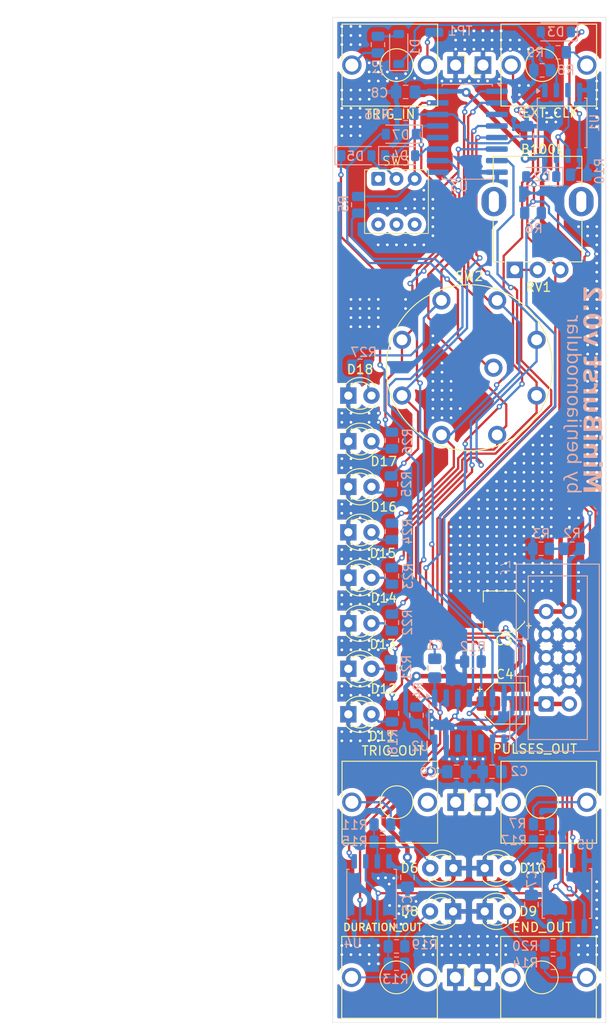
<source format=kicad_pcb>
(kicad_pcb (version 20240108) (generator "pcbnew") (generator_version "8.0")
  (title_block (title "MiniBurst") (rev "0.2") (company "benjiaomodular"))
  (layers (0 "F.Cu" signal) (31 "B.Cu" signal) (34 "B.Paste" user) (35 "F.Paste" user) (36 "B.SilkS" user "B.Silkscreen") (37 "F.SilkS" user "F.Silkscreen") (38 "B.Mask" user) (39 "F.Mask" user) (44 "Edge.Cuts" user))
  (net 0 "")
  (net 1 "Net-(C1-Pad2)")
  (net 2 "Net-(C1-Pad1)")
  (net 3 "GND")
  (net 4 "Net-(C2-Pad1)")
  (net 5 "Net-(D1-A)")
  (net 6 "Net-(D1-K)")
  (net 7 "Net-(D2-A)")
  (net 8 "CLK")
  (net 9 "Net-(D3-A)")
  (net 10 "Net-(D3-K)")
  (net 11 "CLK_EN")
  (net 12 "Net-(D4-A)")
  (net 13 "Net-(D5-A)")
  (net 14 "Net-(D5-K)")
  (net 15 "Net-(D7-A)")
  (net 16 "Net-(J1-PadTN)")
  (net 17 "Net-(J1-PadT)")
  (net 18 "Net-(J2-PadT)")
  (net 20 "Net-(J3-PadTN)")
  (net 21 "Net-(J3-PadT)")
  (net 22 "Net-(J4-PadT)")
  (net 25 "Net-(J5-PadT)")
  (net 27 "Net-(J6-PadT)")
  (net 28 "VREF")
  (net 29 "+12V")
  (net 30 "Net-(U4B-+)")
  (net 31 "RESET")
  (net 32 "Net-(U4A-+)")
  (net 33 "Net-(D10-A)")
  (net 34 "Net-(R11-Pad2)")
  (net 35 "Net-(R13-Pad2)")
  (net 36 "Net-(R14-Pad2)")
  (net 37 "Net-(D11-A)")
  (net 38 "Net-(D12-A)")
  (net 39 "Net-(D13-A)")
  (net 40 "Net-(D14-A)")
  (net 41 "Net-(D15-A)")
  (net 42 "Net-(D16-A)")
  (net 43 "Net-(D17-A)")
  (net 44 "Net-(D18-A)")
  (net 49 "-12V")
  (net 50 "Net-(D6-A)")
  (net 51 "Net-(D8-A)")
  (net 52 "Net-(D9-A)")
  (net 53 "Net-(R17-Pad1)")
  (net 54 "STEP1")
  (net 55 "STEP2")
  (net 56 "STEP3")
  (net 57 "STEP4")
  (net 58 "STEP5")
  (net 59 "STEP6")
  (net 60 "STEP7")
  (net 61 "STEP8")
  (footprint "LED_THT:LED_D3.0mm" (layer "F.Cu") (at 143.619 132.65)
    (property "Reference" "D9")
    (property "Value" "LED")
  )
  (footprint "Capacitor_SMD:CP_Elec_4x3.9" (layer "F.Cu") (at 145.724 99.7 180)
    (property "Reference" "C3")
    (property "Value" "22uF")
  )
  (footprint "benjiaomodular:AudioJack_3.5mm" (layer "F.Cu") (at 143.394 139.9 90)
    (property "Reference" "J5" (hide yes))
    (property "Value" "END_OUT")
  )
  (footprint "benjiaomodular:RotarySwitch_SR16_POLE1_WAY8" (layer "F.Cu") (at 141.924 72.9)
    (property "Reference" "SW2")
    (property "Value" "STEPS")
  )
  (footprint "LED_THT:LED_D3.0mm" (layer "F.Cu") (at 128.639 110.988)
    (property "Reference" "D11")
    (property "Value" "LED")
  )
  (footprint "benjiaomodular:AudioJack_3.5mm" (layer "F.Cu") (at 140.394 139.9 -90)
    (property "Reference" "J4" (hide yes))
    (property "Value" "DURATION_OUT")
  )
  (footprint "LED_THT:LED_D3.0mm" (layer "F.Cu") (at 128.639 75.97)
    (property "Reference" "D18")
    (property "Value" "LED")
  )
  (footprint "benjiaomodular:AudioJack_3.5mm" (layer "F.Cu") (at 140.424 120.65 -90)
    (property "Reference" "J2" (hide yes))
    (property "Value" "TRIG_OUT")
  )
  (footprint "LED_THT:LED_D3.0mm" (layer "F.Cu") (at 128.639 90.988)
    (property "Reference" "D15")
    (property "Value" "LED")
  )
  (footprint "LED_THT:LED_D3.0mm" (layer "F.Cu") (at 140.144 132.65 180)
    (property "Reference" "D8")
    (property "Value" "LED")
  )
  (footprint "benjiaomodular:Potentiometer_RV09" (layer "F.Cu") (at 146.924 62.15 90)
    (property "Reference" "RV1")
    (property "Value" "B100k")
  )
  (footprint "LED_THT:LED_D3.0mm" (layer "F.Cu") (at 140.174 127.9 180)
    (property "Reference" "D6")
    (property "Value" "LED")
  )
  (footprint "LED_THT:LED_D3.0mm" (layer "F.Cu") (at 143.624 127.9)
    (property "Reference" "D10")
    (property "Value" "LED")
  )
  (footprint "LED_THT:LED_D3.0mm" (layer "F.Cu") (at 128.639 100.988)
    (property "Reference" "D13")
    (property "Value" "LED")
  )
  (footprint "LED_THT:LED_D3.0mm" (layer "F.Cu") (at 128.639 80.988)
    (property "Reference" "D17")
    (property "Value" "LED")
  )
  (footprint "benjiaomodular:AudioJack_3.5mm" (layer "F.Cu") (at 143.424 39.65 90)
    (property "Reference" "J3" (hide yes))
    (property "Value" "EXT_CLK")
  )
  (footprint "LED_THT:LED_D3.0mm" (layer "F.Cu") (at 128.639 105.988)
    (property "Reference" "D12")
    (property "Value" "LED")
  )
  (footprint "benjiaomodular:Button_KFC7x7" (layer "F.Cu") (at 133.924 54.65)
    (property "Reference" "SW3")
    (property "Value" "SW_DPDT_x2")
  )
  (footprint "Capacitor_SMD:CP_Elec_4x3.9" (layer "F.Cu") (at 145.824 109.8)
    (property "Reference" "C4")
    (property "Value" "22uF")
  )
  (footprint "LED_THT:LED_D3.0mm" (layer "F.Cu") (at 128.639 95.988)
    (property "Reference" "D14")
    (property "Value" "LED")
  )
  (footprint "benjiaomodular:AudioJack_3.5mm" (layer "F.Cu") (at 140.424 39.65 -90)
    (property "Reference" "J1" (hide yes))
    (property "Value" "TRIG_IN")
  )
  (footprint "LED_THT:LED_D3.0mm" (layer "F.Cu") (at 128.639 85.988)
    (property "Reference" "D16")
    (property "Value" "LED")
  )
  (footprint "benjiaomodular:AudioJack_3.5mm" (layer "F.Cu") (at 143.424 120.65 90)
    (property "Reference" "J6" (hide yes))
    (property "Value" "PULSES_OUT")
  )
  (footprint "Resistor_SMD:R_0805_2012Metric" (layer "B.Cu") (at 132.374 123.1 180)
    (property "Reference" "R11")
    (property "Value" "1k")
  )
  (footprint "Capacitor_SMD:C_0805_2012Metric_Pad1.18x1.45mm_HandSolder" (layer "B.Cu") (at 134.924 42.6 180)
    (property "Reference" "C8")
    (property "Value" "100nF")
  )
  (footprint "Resistor_SMD:R_0805_2012Metric" (layer "B.Cu") (at 133.924 138.4 180)
    (property "Reference" "R13")
    (property "Value" "1k")
  )
  (footprint "Resistor_SMD:R_0805_2012Metric" (layer "B.Cu") (at 151.674 38.25 180)
    (property "Reference" "R9")
    (property "Value" "15k")
  )
  (footprint "Resistor_SMD:R_0805_2012Metric" (layer "B.Cu") (at 136.124 111.1 -90)
    (property "Reference" "R4")
    (property "Value" "100k")
  )
  (footprint "Resistor_SMD:R_0805_2012Metric" (layer "B.Cu") (at 133.424 110.9 -90)
    (property "Reference" "R18")
    (property "Value" "10k")
  )
  (footprint "Capacitor_SMD:C_0805_2012Metric_Pad1.18x1.45mm_HandSolder" (layer "B.Cu") (at 148.749 131.9 90)
    (property "Reference" "C7")
    (property "Value" "100nF")
  )
  (footprint "Resistor_SMD:R_0805_2012Metric" (layer "B.Cu") (at 153.949 51.7 180)
    (property "Reference" "R10")
    (property "Value" "100k")
  )
  (footprint "Diode_SMD:D_SOD-123" (layer "B.Cu") (at 151.424 36 180)
    (property "Reference" "D3")
    (property "Value" "1N4148")
  )
  (footprint "Package_SO:SOIC-8_5.23x5.23mm_P1.27mm" (layer "B.Cu") (at 152.124 46 -90)
    (property "Reference" "U1")
    (property "Value" "LM358")
  )
  (footprint "Resistor_SMD:R_0805_2012Metric" (layer "B.Cu") (at 149.8115 92.8)
    (property "Reference" "R3")
    (property "Value" "10k")
  )
  (footprint "Capacitor_SMD:C_0805_2012Metric_Pad1.18x1.45mm_HandSolder" (layer "B.Cu") (at 140.524 117.3)
    (property "Reference" "C9")
    (property "Value" "100nF")
  )
  (footprint "Diode_SMD:D_SOD-123" (layer "B.Cu") (at 134.404 47.24 180)
    (property "Reference" "D7")
    (property "Value" "1N4148")
  )
  (footprint "Diode_SMD:D_SOD-123" (layer "B.Cu") (at 134.174 37.8875 90)
    (property "Reference" "D1")
    (property "Value" "1N4148")
  )
  (footprint "Diode_SMD:D_SOD-123" (layer "B.Cu") (at 129.524 49.6)
    (property "Reference" "D5")
    (property "Value" "1N4148")
  )
  (footprint "Resistor_SMD:R_0805_2012Metric" (layer "B.Cu") (at 133.924 136.495)
    (property "Reference" "R19")
    (property "Value" "10k")
  )
  (footprint "Resistor_SMD:R_0805_2012Metric" (layer "B.Cu") (at 133.324 105.9 -90)
    (property "Reference" "R21")
    (property "Value" "10k")
  )
  (footprint "Resistor_SMD:R_0805_2012Metric" (layer "B.Cu") (at 131.888 37.4 90)
    (property "Reference" "R1")
    (property "Value" "15k")
  )
  (footprint "Resistor_SMD:R_0805_2012Metric" (layer "B.Cu") (at 133.424 95.7875 -90)
    (property "Reference" "R23")
    (property "Value" "10k")
  )
  (footprint "Resistor_SMD:R_0805_2012Metric" (layer "B.Cu") (at 148.924 55.9 180)
    (property "Reference" "R6")
    (property "Value" "100k")
  )
  (footprint "Package_SO:SOIC-8_5.23x5.23mm_P1.27mm" (layer "B.Cu") (at 131.191 130.747 90)
    (property "Reference" "U4")
    (property "Value" "LM358")
  )
  (footprint "Resistor_SMD:R_0805_2012Metric" (layer "B.Cu") (at 153.217 92.8)
    (property "Reference" "R2")
    (property "Value" "100k")
  )
  (footprint "Capacitor_SMD:C_0805_2012Metric_Pad1.18x1.45mm_HandSolder" (layer "B.Cu") (at 148.224 47.4 90)
    (property "Reference" "C5")
    (property "Value" "100nF")
  )
  (footprint "Resistor_SMD:R_0805_2012Metric" (layer "B.Cu") (at 142.324 105.2 180)
    (property "Reference" "R12")
    (property "Value" "100k")
  )
  (footprint "Resistor_SMD:R_0805_2012Metric" (layer "B.Cu") (at 151.124 138.3)
    (property "Reference" "R14")
    (property "Value" "1k")
  )
  (footprint "Resistor_SMD:R_0805_2012Metric" (layer "B.Cu") (at 133.424 100.9 -90)
    (property "Reference" "R22")
    (property "Value" "10k")
  )
  (footprint "Package_SO:SOIC-16W_5.3x10.2mm_P1.27mm" (layer "B.Cu") (at 141.699 46.975 180)
    (property "Reference" "U3")
    (property "Value" "4017")
  )
  (footprint "Resistor_SMD:R_0805_2012Metric" (layer "B.Cu") (at 134.924 45 180)
    (property "Reference" "R16")
    (property "Value" "10k")
  )
  (footprint "Resistor_SMD:R_0805_2012Metric" (layer "B.Cu") (at 129.924 72.7)
    (property "Reference" "R27")
    (property "Value" "10k")
  )
  (footprint "Resistor_SMD:R_0805_2012Metric" (layer "B.Cu") (at 133.424 80.9 -90)
    (property "Reference" "R26")
    (property "Value" "10k")
  )
  (footprint "Diode_SMD:D_SOD-123" (layer "B.Cu") (at 149.824 51.9 180)
    (property "Reference" "D2")
    (property "Value" "1N4148")
  )
  (footprint "Resistor_SMD:R_0805_2012Metric" (layer "B.Cu") (at 149.874 124.95 180)
    (property "Reference" "R17")
    (property "Value" "10k")
  )
  (footprint "Diode_SMD:D_SOD-123" (layer "B.Cu") (at 134.324 49.6)
    (property "Reference" "D4")
    (property "Value" "1N4148")
  )
  (footprint "Resistor_SMD:R_0805_2012Metric" (layer "B.Cu") (at 133.424 90.9 -90)
    (property "Reference" "R24")
    (property "Value" "10k")
  )
  (footprint "Connector_Wire:SolderWirePad_1x01_SMD_1x2mm" (layer "B.Cu") (at 138.074 36.05 90)
    (property "Reference" "TP1")
    (property "Value" "TestPoint")
  )
  (footprint "Resistor_SMD:R_0805_2012Metric" (layer "B.Cu") (at 149.874 123.05)
    (property "Reference" "R7")
    (property "Value" "1k")
  )
  (footprint "Resistor_SMD:R_0805_2012Metric" (layer "B.Cu") (at 129.724 55 -90)
    (property "Reference" "R5")
    (property "Value" "100k")
  )
  (footprint "Package_SO:SOIC-14_3.9x8.7mm_P1.27mm" (layer "B.Cu") (at 141.93 111.7 -90)
    (property "Reference" "U2")
    (property "Value" "40106")
  )
  (footprint "Capacitor_SMD:C_0805_2012Metric_Pad1.18x1.45mm_HandSolder" (layer "B.Cu") (at 135.128 128.904 -90)
    (property "Reference" "C6")
    (property "Value" "100nF")
  )
  (footprint "Resistor_SMD:R_0805_2012Metric" (layer "B.Cu") (at 149.924 40.225)
    (property "Reference" "R8")
    (property "Value" "100k")
  )
  (footprint "Resistor_SMD:R_0805_2012Metric" (layer "B.Cu") (at 132.374 125)
    (property "Reference" "R15")
    (property "Value" "10k")
  )
  (footprint "Package_SO:SOIC-8_5.23x5.23mm_P1.27mm" (layer "B.Cu") (at 152.654 130.682 -90)
    (property "Reference" "U5")
    (property "Value" "LM358")
  )
  (footprint "Resistor_SMD:R_0805_2012Metric" (layer "B.Cu") (at 151.124 136.4 180)
    (property "Reference" "R20")
    (property "Value" "10k")
  )
  (footprint "Capacitor_SMD:C_0805_2012Metric_Pad1.18x1.45mm_HandSolder" (layer "B.Cu") (at 138.124 105.923 -90)
    (property "Reference" "C1")
    (property "Value" "10nF")
  )
  (footprint "benjiaomodular:Header_IDC2x05_NoArrow" (layer "B.Cu") (at 150.368 109.854)
    (property "Reference" "J7")
    (property "Value" "Conn_01x10_Pin")
  )
  (footprint "Capacitor_SMD:C_0805_2012Metric_Pad1.18x1.45mm_HandSolder" (layer "B.Cu") (at 144.424 117.3 180)
    (property "Reference" "C2")
    (property "Value" "10uF")
  )
  (footprint "Resistor_SMD:R_0805_2012Metric" (layer "B.Cu") (at 133.324 85.7 -90)
    (property "Reference" "R25")
    (property "Value" "10k")
  )
  (gr_line (start 126.924 144.9) (end 126.924 34.4) (stroke (width 0.05)) (layer "Edge.Cuts"))
  (gr_line (start 156.924 144.9) (end 126.924 144.9) (stroke (width 0.05)) (layer "Edge.Cuts"))
  (gr_line (start 156.924 34.4) (end 156.924 144.9) (stroke (width 0.05)) (layer "Edge.Cuts"))
  (gr_line (start 126.924 34.4) (end 156.924 34.4) (stroke (width 0.05)) (layer "Edge.Cuts"))
  (gr_text "by benjiaomodular" (at 152.424 86.8 270) (layer "B.SilkS") (effects (font (size 1.5 1.5) (thickness 0.1)) (justify left bottom mirror)))
  (gr_text "MiniBurst v0.2" (at 154.124 86.8 270) (layer "B.SilkS") (effects (font (size 2 2) (thickness 0.3) (bold yes)) (justify left bottom mirror)))
  (segment (start 137.0865 109.225) (end 136.124 110.1875) (width 0.25) (layer "B.Cu") (net 1))
  (segment (start 138.12 109.225) (end 138.12 106.9645) (width 0.25) (layer "B.Cu") (net 1))
  (segment (start 138.12 106.9645) (end 138.124 106.9605) (width 0.25) (layer "B.Cu") (net 1))
  (segment (start 138.12 109.225) (end 137.0865 109.225) (width 0.25) (layer "B.Cu") (net 1))
  (segment (start 147.724 73.536396) (end 147.724 74.683884) (width 0.25) (layer "F.Cu") (net 2))
  (segment (start 146.724 65.2) (end 146.724 72.536396) (width 0.25) (layer "F.Cu") (net 2))
  (segment (start 146.724 72.536396) (end 147.724 73.536396) (width 0.25) (layer "F.Cu") (net 2))
  (segment (start 148.924 51.37972) (end 147.724 52.57972) (width 0.25) (layer "F.Cu") (net 2))
  (segment (start 147.724 58.6) (end 145.699 60.625) (width 0.25) (layer "F.Cu") (net 2))
  (segment (start 137.174 102.65) (end 138.124 103.6) (width 0.25) (layer "F.Cu") (net 2))
  (segment (start 137.174 94.9) (end 137.174 102.65) (width 0.25) (layer "F.Cu") (net 2))
  (segment (start 147.724 74.683884) (end 147.715942 74.691942) (width 0.25) (layer "F.Cu") (net 2))
  (segment (start 147.724 52.57972) (end 147.724 58.6) (width 0.25) (layer "F.Cu") (net 2))
  (segment (start 145.224 77.183884) (end 145.224 77.2) (width 0.25) (layer "F.Cu") (net 2))
  (segment (start 141.474 80.95) (end 141.474 81.275) (width 0.25) (layer "F.Cu") (net 2))
  (segment (start 145.699 60.625) (end 145.699 64.175) (width 0.25) (layer "F.Cu") (net 2))
  (segment (start 145.699 64.175) (end 146.724 65.2) (width 0.25) (layer "F.Cu") (net 2))
  (segment (start 148.924 46.4) (end 148.924 51.37972) (width 0.25) (layer "F.Cu") (net 2))
  (segment (start 147.124 44.6) (end 148.924 46.4) (width 0.25) (layer "F.Cu") (net 2))
  (segment (start 145.224 77.2) (end 141.474 80.95) (width 0.25) (layer "F.Cu") (net 2))
  (via (at 147.124 44.6) (size 0.6) (drill 0.3) (layers "F.Cu" "B.Cu") (net 2))
  (via (at 137.174 94.9) (size 0.6) (drill 0.3) (layers "F.Cu" "B.Cu") (net 2))
  (via (at 147.715942 74.691942) (size 0.6) (drill 0.3) (layers "F.Cu" "B.Cu") (net 2))
  (via (at 141.474 81.275) (size 0.6) (drill 0.3) (layers "F.Cu" "B.Cu") (net 2))
  (via (at 145.224 77.183884) (size 0.6) (drill 0.3) (layers "F.Cu" "B.Cu") (net 2))
  (via (at 138.124 103.6) (size 0.6) (drill 0.3) (layers "F.Cu" "B.Cu") (net 2))
  (segment (start 138.724 93.35) (end 137.174 94.9) (width 0.25) (layer "B.Cu") (net 2))
  (segment (start 149.8125 41.9115) (end 150.219 41.9115) (width 0.25) (layer "B.Cu") (net 2))
  (segment (start 138.124 103.6) (end 138.124 104.8855) (width 0.25) (layer "B.Cu") (net 2))
  (segment (start 141.424 86.383884) (end 138.724 89.083884) (width 0.25) (layer "B.Cu") (net 2))
  (segment (start 147.124 44.6) (end 149.8125 41.9115) (width 0.25) (layer "B.Cu") (net 2))
  (segment (start 147.715942 74.691942) (end 145.224 77.183884) (width 0.25) (layer "B.Cu") (net 2))
  (segment (start 141.424 84.516116) (end 141.424 86.383884) (width 0.25) (layer "B.Cu") (net 2))
  (segment (start 141.474 84.466116) (end 141.424 84.516116) (width 0.25) (layer "B.Cu") (net 2))
  (segment (start 141.474 81.275) (end 141.474 84.466116) (width 0.25) (layer "B.Cu") (net 2))
  (segment (start 138.724 89.083884) (end 138.724 93.35) (width 0.25) (layer "B.Cu") (net 2))
  (via (at 131.924 77.9) (size 0.6) (drill 0.3) (layers "F.Cu" "B.Cu") (net 3))
  (via (at 139.924 137.4) (size 0.6) (drill 0.3) (layers "F.Cu" "B.Cu") (net 3))
  (via (at 137.924 75.4) (size 0.6) (drill 0.3) (layers "F.Cu" "B.Cu") (net 3))
  (via (at 145.924 88.4) (size 0.6) (drill 0.3) (layers "F.Cu" "B.Cu") (net 3))
  (via (at 142.96081 88.393088) (size 0.6) (drill 0.3) (layers "F.Cu" "B.Cu") (net 3))
  (via (at 146.929514 93.39402) (size 0.6) (drill 0.3) (layers "F.Cu" "B.Cu") (net 3))
  (via (at 132.924 41.4) (size 0.6) (drill 0.3) (layers "F.Cu" "B.Cu") (net 3))
  (via (at 127.917324 45.398455) (size 0.6) (drill 0.3) (layers "F.Cu" "B.Cu") (net 3))
  (via (at 131.924 78.9) (size 0.6) (drill 0.3) (layers "F.Cu" "B.Cu") (net 3))
  (via (at 150.924 86.4) (size 0.6) (drill 0.3) (layers "F.Cu" "B.Cu") (net 3))
  (via (at 139.724 115.9) (size 0.6) (drill 0.3) (layers "F.Cu" "B.Cu") (net 3))
  (via (at 137.924 74.4) (size 0.6) (drill 0.3) (layers "F.Cu" "B.Cu") (net 3))
  (via (at 148.924 97.4) (size 0.6) (drill 0.3) (layers "F.Cu" "B.Cu") (net 3))
  (via (at 144.924 87.4) (size 0.6) (drill 0.3) (layers "F.Cu" "B.Cu") (net 3))
  (via (at 155.924 72.4) (size 0.6) (drill 0.3) (layers "F.Cu" "B.Cu") (net 3))
  (via (at 129.924 98.9) (size 0.6) (drill 0.3) (layers "F.Cu" "B.Cu") (net 3))
  (via (at 150.924 96.4) (size 0.6) (drill 0.3) (layers "F.Cu" "B.Cu") (net 3))
  (via (at 128.924 37.4) (size 0.6) (drill 0.3) (layers "F.Cu" "B.Cu") (net 3))
  (via (at 143.924 93.4) (size 0.6) (drill 0.3) (layers "F.Cu" "B.Cu") (net 3))
  (via (at 136.924 137.4) (size 0.6) (drill 0.3) (layers "F.Cu" "B.Cu") (net 3))
  (via (at 149.924 96.4) (size 0.6) (drill 0.3) (layers "F.Cu" "B.Cu") (net 3))
  (via (at 140.424 36.9) (size 0.6) (drill 0.3) (layers "F.Cu" "B.Cu") (net 3))
  (via (at 148.924 94.4) (size 0.6) (drill 0.3) (layers "F.Cu" "B.Cu") (net 3))
  (via (at 154.924 68.4) (size 0.6) (drill 0.3) (layers "F.Cu" "B.Cu") (net 3))
  (via (at 127.924 44.4) (size 0.6) (drill 0.3) (layers "F.Cu" "B.Cu") (net 3))
  (via (at 139.924 93.4) (size 0.6) (drill 0.3) (layers "F.Cu" "B.Cu") (net 3))
  (via (at 148.924 87.4) (size 0.6) (drill 0.3) (layers "F.Cu" "B.Cu") (net 3))
  (via (at 148.924 96.4) (size 0.6) (drill 0.3) (layers "F.Cu" "B.Cu") (net 3))
  (via (at 149.931376 83.393088) (size 0.6) (drill 0.3) (layers "F.Cu" "B.Cu") (net 3))
  (via (at 130.924 67.4) (size 0.6) (drill 0.3) (layers "F.Cu" "B.Cu") (net 3))
  (via (at 133.174 132) (size 0.6) (drill 0.3) (layers "F.Cu" "B.Cu") (net 3))
  (via (at 131.924 66.4) (size 0.6) (drill 0.3) (layers "F.Cu" "B.Cu") (net 3))
  (via (at 143.924 94.4) (size 0.6) (drill 0.3) (layers "F.Cu" "B.Cu") (net 3))
  (via (at 147.424 42.9) (size 0.6) (drill 0.3) (layers "F.Cu" "B.Cu") (net 3))
  (via (at 143.924 87.4) (size 0.6) (drill 0.3) (layers "F.Cu" "B.Cu") (net 3))
  (via (at 143.924 135.4) (size 0.6) (drill 0.3) (layers "F.Cu" "B.Cu") (net 3))
  (via (at 144.924 89.4) (size 0.6) (drill 0.3) (layers "F.Cu" "B.Cu") (net 3))
  (via (at 155.924 130.4) (size 0.6) (drill 0.3) (layers "F.Cu" "B.Cu") (net 3))
  (via (at 155.924 42.4) (size 0.6) (drill 0.3) (layers "F.Cu" "B.Cu") (net 3))
  (via (at 145.424 37.9) (size 0.6) (drill 0.3) (layers "F.Cu" "B.Cu") (net 3))
  (via (at 154.924 130.4) (size 0.6) (drill 0.3) (layers "F.Cu" "B.Cu") (net 3))
  (via (at 128.924 46.4) (size 0.6) (drill 0.3) (layers "F.Cu" "B.Cu") (net 3))
  (via (at 155.924 71.4) (size 0.6) (drill 0.3) (layers "F.Cu" "B.Cu") (net 3))
  (via (at 147.924 96.4) (size 0.6) (drill 0.3) (layers "F.Cu" "B.Cu") (net 3))
  (via (at 153.924 97.4) (size 0.6) (drill 0.3) (layers "F.Cu" "B.Cu") (net 3))
  (via (at 152.924 88.4) (size 0.6) (drill 0.3) (layers "F.Cu" "B.Cu") (net 3))
  (via (at 128.924 87.9) (size 0.6) (drill 0.3) (layers "F.Cu" "B.Cu") (net 3))
  (via (at 137.924 73.4) (size 0.6) (drill 0.3) (layers "F.Cu" "B.Cu") (net 3))
  (via (at 148.924 81.4) (size 0.6) (drill 0.3) (layers "F.Cu" "B.Cu") (net 3))
  (via (at 143.929992 95.393324) (size 0.6) (drill 0.3) (layers "F.Cu" "B.Cu") (net 3))
  (via (at 155.924 78.4) (size 0.6) (drill 0.3) (layers "F.Cu" "B.Cu") (net 3))
  (via (at 154.924 78.4) (size 0.6) (drill 0.3) (layers "F.Cu" "B.Cu") (net 3))
  (via (at 148.924 88.4) (size 0.6) (drill 0.3) (layers "F.Cu" "B.Cu") (net 3))
  (via (at 149.931376 87.393088) (size 0.6) (drill 0.3) (layers "F.Cu" "B.Cu") (net 3))
  (via (at 144.924 135.4) (size 0.6) (drill 0.3) (layers "F.Cu" "B.Cu") (net 3))
  (via (at 134.924 55.4) (size 0.6) (drill 0.3) (layers "F.Cu" "B.Cu") (net 3))
  (via (at 128.924 42.4) (size 0.6) (drill 0.3) (layers "F.Cu" "B.Cu") (net 3))
  (via (at 129.924 42.4) (size 0.6) (drill 0.3) (layers "F.Cu" "B.Cu") (net 3))
  (via (at 155.924 135.4) (size 0.6) (drill 0.3) (layers "F.Cu" "B.Cu") (net 3))
  (via (at 144.929992 95.393324) (size 0.6) (drill 0.3) (layers "F.Cu" "B.Cu") (net 3))
  (via (at 145.924 93.4) (size 0.6) (drill 0.3) (layers "F.Cu" "B.Cu") (net 3))
  (via (at 127.924 97.9) (size 0.6) (drill 0.3) (layers "F.Cu" "B.Cu") (net 3))
  (via (at 154.924 75.4) (size 0.6) (drill 0.3) (layers "F.Cu" "B.Cu") (net 3))
  (via (at 136.924 59.4) (size 0.6) (drill 0.3) (layers "F.Cu" "B.Cu") (net 3))
  (via (at 155.924 76.4) (size 0.6) (drill 0.3) (layers "F.Cu" "B.Cu") (net 3))
  (via (at 141.924 41.4) (size 0.6) (drill 0.3) (layers "F.Cu" "B.Cu") (net 3))
  (via (at 137.924 54.4) (size 0.6) (drill 0.3) (layers "F.Cu" "B.Cu") (net 3))
  (via (at 135.924 54.4) (size 0.6) (drill 0.3) (layers "F.Cu" "B.Cu") (net 3))
  (via (at 129.924 108.9) (size 0.6) (drill 0.3) (layers "F.Cu" "B.Cu") (net 3))
  (via (at 130.924 65.4) (size 0.6) (drill 0.3) (layers "F.Cu" "B.Cu") (net 3))
  (via (at 147.924 90.4) (size 0.6) (drill 0.3) (layers "F.Cu" "B.Cu") (net 3))
  (via (at 128.924 35.4) (size 0.6) (drill 0.3) (layers "F.Cu" "B.Cu") (net 3))
  (via (at 149.924 94.4) (size 0.6) (drill 0.3) (layers "F.Cu" "B.Cu") (net 3))
  (via (at 129.924 36.4) (size 0.6) (drill 0.3) (layers "F.Cu" "B.Cu") (net 3))
  (via (at 155.924 74.4) (size 0.6) (drill 0.3) (layers "F.Cu" "B.Cu") (net 3))
  (via (at 138.924 75.4) (size 0.6) (drill 0.3) (layers "F.Cu" "B.Cu") (net 3))
  (via (at 128.924 43.4) (size 0.6) (drill 0.3) (layers "F.Cu" "B.Cu") (net 3))
  (via (at 142.929992 95.393324) (size 0.6) (drill 0.3) (layers "F.Cu" "B.Cu") (net 3))
  (via (at 130.924 136.4) (size 0.6) (drill 0.3) (layers "F.Cu" "B.Cu") (net 3))
  (via (at 146.929514 97.39402) (size 0.6) (drill 0.3) (layers "F.Cu" "B.Cu") (net 3))
  (via (at 129.924 44.4) (size 0.6) (drill 0.3) (layers "F.Cu" "B.Cu") (net 3))
  (via (at 132.924 40.4) (size 0.6) (drill 0.3) (layers "F.Cu" "B.Cu") (net 3))
  (via (at 149.931376 85.393088) (size 0.6) (drill 0.3) (layers "F.Cu" "B.Cu") (net 3))
  (via (at 145.924 85.4) (size 0.6) (drill 0.3) (layers "F.Cu" "B.Cu") (net 3))
  (via (at 140.924 94.4) (size 0.6) (drill 0.3) (layers "F.Cu" "B.Cu") (net 3))
  (via (at 155.924 131.4) (size 0.6) (drill 0.3) (layers "F.Cu" "B.Cu") (net 3))
  (via (at 155.924 79.4) (size 0.6) (drill 0.3) (layers "F.Cu" "B.Cu") (net 3))
  (via (at 143.424 36.9) (size 0.6) (drill 0.3) (layers "F.Cu" "B.Cu") (net 3))
  (via (at 132.924 98.4) (size 0.6) (drill 0.3) (layers "F.Cu" "B.Cu") (net 3))
  (via (at 146.924 87.4) (size 0.6) (drill 0.3) (layers "F.Cu" "B.Cu") (net 3))
  (via (at 155.924 133.4) (size 0.6) (drill 0.3) (layers "F.Cu" "B.Cu") (net 3))
  (via (at 150.424 44.9) (size 0.6) (drill 0.3) (layers "F.Cu" "B.Cu") (net 3))
  (via (at 154.924 73.4) (size 0.6) (drill 0.3) (layers "F.Cu" "B.Cu") (net 3))
  (via (at 141.924 135.4) (size 0.6) (drill 0.3) (layers "F.Cu" "B.Cu") (net 3))
  (via (at 127.924 36.4) (size 0.6) (drill 0.3) (layers "F.Cu" "B.Cu") (net 3))
  (via (at 127.924 92.9) (size 0.6) (drill 0.3) (layers "F.Cu" "B.Cu") (net 3))
  (via (at 147.924 91.4) (size 0.6) (drill 0.3) (layers "F.Cu" "B.Cu") (net 3))
  (via (at 139.924 90.4) (size 0.6) (drill 0.3) (layers "F.Cu" "B.Cu") (net 3))
  (via (at 143.924 92.4) (size 0.6) (drill 0.3) (layers "F.Cu" "B.Cu") (net 3))
  (via (at 140.924 91.4) (size 0.6) (drill 0.3) (layers "F.Cu" "B.Cu") (net 3))
  (via (at 129.924 92.9) (size 0.6) (drill 0.3) (layers "F.Cu" "B.Cu") (net 3))
  (via (at 155.924 43.4) (size 0.6) (drill 0.3) (layers "F.Cu" "B.Cu") (net 3))
  (via (at 137.824 112.5) (size 0.6) (drill 0.3) (layers "F.Cu" "B.Cu") (net 3))
  (via (at 146.924 86.4) (size 0.6) (drill 0.3) (layers "F.Cu" "B.Cu") (net 3))
  (via (at 143.924 88.4) (size 0.6) (drill 0.3) (layers "F.Cu" "B.Cu") (net 3))
  (via (at 130.924 78.9) (size 0.6) (drill 0.3) (layers "F.Cu" "B.Cu") (net 3))
  (via (at 145.924 94.4) (size 0.6) (drill 0.3) (layers "F.Cu" "B.Cu") (net 3))
  (via (at 149.924 80.4) (size 0.6) (drill 0.3) (layers "F.Cu" "B.Cu") (net 3))
  (via (at 133.124 129.65) (size 0.6) (drill 0.3) (layers "F.Cu" "B.Cu") (net 3))
  (via (at 139.924 76.4) (size 0.6) (drill 0.3) (layers "F.Cu" "B.Cu") (net 3))
  (via (at 151.424 44.9) (size 0.6) (drill 0.3) (layers "F.Cu" "B.Cu") (net 3))
  (via (at 139.924 75.4) (size 0.6) (drill 0.3) (layers "F.Cu" "B.Cu") (net 3))
  (via (at 138.924 73.4) (size 0.6) (drill 0.3) (layers "F.Cu" "B.Cu") (net 3))
  (via (at 147.924 84.4) (size 0.6) (drill 0.3) (layers "F.Cu" "B.Cu") (net 3))
  (via (at 154.924 64.4) (size 0.6) (drill 0.3) (layers "F.Cu" "B.Cu") (net 3))
  (via (at 155.924 58.4) (size 0.6) (drill 0.3) (layers "F.Cu" "B.Cu") (net 3))
  (via (at 129.924 102.9) (size 0.6) (drill 0.3) (layers "F.Cu" "B.Cu") (net 3))
  (via (at 152.917374 89.394453) (size 0.6) (drill 0.3) (layers "F.Cu" "B.Cu") (net 3))
  (via (at 146.929514 91.39402) (size 0.6) (drill 0.3) (layers "F.Cu" "B.Cu") (net 3))
  (via (at 149.924 81.4) (size 0.6) (drill 0.3) (layers "F.Cu" "B.Cu") (net 3))
  (via (at 128.924 137.4) (size 0.6) (drill 0.3) (layers "F.Cu" "B.Cu") (net 3))
  (via (at 140.624 115.9) (size 0.6) (drill 0.3) (layers "F.Cu" "B.Cu") (net 3))
  (via (at 153.924 95.4) (size 0.6) (drill 0.3) (layers "F.Cu" "B.Cu") (net 3))
  (via (at 134.924 40.6) (size 0.6) (drill 0.3) (layers "F.Cu" "B.Cu") (net 3))
  (via (at 127.924 46.4) (size 0.6) (drill 0.3) (layers "F.Cu" "B.Cu") (net 3))
  (via (at 128.924 77.9) (size 0.6) (drill 0.3) (layers "F.Cu" "B.Cu") (net 3))
  (via (at 145.924 97.4) (size 0.6) (drill 0.3) (layers "F.Cu" "B.Cu") (net 3))
  (via (at 154.924 137.4) (size 0.6) (drill 0.3) (layers "F.Cu" "B.Cu") (net 3))
  (via (at 130.924 43.4) (size 0.6) (drill 0.3) (layers "F.Cu" "B.Cu") (net 3))
  (via (at 136.916415 55.39125) (size 0.6) (drill 0.3) (layers "F.Cu" "B.Cu") (net 3))
  (via (at 144.924 86.4) (size 0.6) (drill 0.3) (layers "F.Cu" "B.Cu") (net 3))
  (via (at 137.824 111.6) (size 0.6) (drill 0.3) (layers "F.Cu" "B.Cu") (net 3))
  (via (at 130.924 113.9) (size 0.6) (drill 0.3) (layers "F.Cu" "B.Cu") (net 3))
  (via (at 138.924 72.4) (size 0.6) (drill 0.3) (layers "F.Cu" "B.Cu") (net 3))
  (via (at 136.924 53.4) (size 0.6) (drill 0.3) (layers "F.Cu" "B.Cu") (net 3))
  (via (at 140.424 35.9) (size 0.6) (drill 0.3) (layers "F.Cu" "B.Cu") (net 3))
  (via (at 142.924 96.4) (size 0.6) (drill 0.3) (layers "F.Cu" "B.Cu") (net 3))
  (via (at 130.924 97.9) (size 0.6) (drill 0.3) (layers "F.Cu" "B.Cu") (net 3))
  (via (at 144.924 94.4) (size 0.6) (drill 0.3) (layers "F.Cu" "B.Cu") (net 3))
  (via (at 155.924 80.4) (size 0.6) (drill 0.3) (layers "F.Cu" "B.Cu") (net 3))
  (via (at 138.924 135.4) (size 0.6) (drill 0.3) (layers "F.Cu" "B.Cu") (net 3))
  (via (at 140.924 136.4) (size 0.6) (drill 0.3) (layers "F.Cu" "B.Cu") (net 3))
  (via (at 128.924 45.4) (size 0.6) (drill 0.3) (layers "F.Cu" "B.Cu") (net 3))
  (via (at 129.924 43.4) (size 0.6) (drill 0.3) (layers "F.Cu" "B.Cu") (net 3))
  (via (at 132.919625 59.398394) (size 0.6) (drill 0.3) (layers "F.Cu" "B.Cu") (net 3))
  (via (at 154.924 80.4) (size 0.6) (drill 0.3) (layers "F.Cu" "B.Cu") (net 3))
  (via (at 149.424 127.4) (size 0.6) (drill 0.3) (layers "F.Cu" "B.Cu") (net 3))
  (via (at 154.924 84.4) (size 0.6) (drill 0.3) (layers "F.Cu" "B.Cu") (net 3))
  (via (at 155.924 137.4) (size 0.6) (drill 0.3) (layers "F.Cu" "B.Cu") (net 3))
  (via (at 145.224 41.2) (size 0.6) (drill 0.3) (layers "F.Cu" "B.Cu") (net 3))
  (via (at 148.924 82.4) (size 0.6) (drill 0.3) (layers "F.Cu" "B.Cu") (net 3))
  (via (at 139.924 94.4) (size 0.6) (drill 0.3) (layers "F.Cu" "B.Cu") (net 3))
  (via (at 142.924 93.4) (size 0.6) (drill 0.3) (layers "F.Cu" "B.Cu") (net 3))
  (via (at 139.924 91.4) (size 0.6) (drill 0.3) (layers "F.Cu" "B.Cu") (net 3))
  (via (at 138.924 136.4) (size 0.6) (drill 0.3) (layers "F.Cu" "B.Cu") (net 3))
  (via (at 140.924 97.4) (size 0.6) (drill 0.3) (layers "F.Cu" "B.Cu") (net 3))
  (via (at 155.924 69.4) (size 0.6) (drill 0.3) (layers "F.Cu" "B.Cu") (net 3))
  (via (at 130.924 102.9) (size 0.6) (drill 0.3) (layers "F.Cu" "B.Cu") (net 3))
  (via (at 129.924 97.9) (size 0.6) (drill 0.3) (layers "F.Cu" "B.Cu") (net 3))
  (via (at 135.224 132.05) (size 0.6) (drill 0.3) (layers "F.Cu" "B.Cu") (net 3))
  (via (at 150.924 80.4) (size 0.6) (drill 0.3) (layers "F.Cu" "B.Cu") (net 3))
  (via (at 149.931376 88.393088) (size 0.6) (drill 0.3) (layers "F.Cu" "B.Cu") (net 3))
  (via (at 155.924 68.4) (size 0.6) (drill 0.3) (layers "F.Cu" "B.Cu") (net 3))
  (via (at 133.924 59.4) (size 0.6) (drill 0.3) (layers "F.Cu" "B.Cu") (net 3))
  (via (at 155.924 73.4) (size 0.6) (drill 0.3) (layers "F.Cu" "B.Cu") (net 3))
  (via (at 150.924 81.4) (size 0.6) (drill 0.3) (layers "F.Cu" "B.Cu") (net 3))
  (via (at 134.924 65.4) (size 0.6) (drill 0.3) (layers "F.Cu" "B.Cu") (net 3))
  (via (at 127.924 47.4) (size 0.6) (drill 0.3) (layers "F.Cu" "B.Cu") (net 3))
  (via (at 154.924 81.4) (size 0.6) (drill 0.3) (layers "F.Cu" "B.Cu") (net 3))
  (via (at 130.924 77.9) (size 0.6) (drill 0.3) (layers "F.Cu" "B.Cu") (net 3))
  (via (at 155.924 62.4) (size 0.6) (drill 0.3) (layers "F.Cu" "B.Cu") (net 3))
  (via (at 155.924 86.4) (size 0.6) (drill 0.3) (layers "F.Cu" "B.Cu") (net 3))
  (via (at 131.924 67.4) (size 0.6) (drill 0.3) (layers "F.Cu" "B.Cu") (net 3))
  (via (at 135.924 41.1) (size 0.6) (drill 0.3) (layers "F.Cu" "B.Cu") (net 3))
  (via (at 143.924 41.4) (size 0.6) (drill 0.3) (layers "F.Cu" "B.Cu") (net 3))
  (via (at 145.924 90.4) (size 0.6) (drill 0.3) (layers "F.Cu" "B.Cu") (net 3))
  (via (at 150.924 84.4) (size 0.6) (drill 0.3) (layers "F.Cu" "B.Cu") (net 3))
  (via (at 142.924 97.4) (size 0.6) (drill 0.3) (layers "F.Cu" "B.Cu") (net 3))
  (via (at 130.924 66.4) (size 0.6) (drill 0.3) (layers "F.Cu" "B.Cu") (net 3))
  (via (at 140.924 93.4) (size 0.6) (drill 0.3) (layers "F.Cu" "B.Cu") (net 3))
  (via (at 141.924 96.4) (size 0.6) (drill 0.3) (layers "F.Cu" "B.Cu") (net 3))
  (via (at 128.924 82.9) (size 0.6) (drill 0.3) (layers "F.Cu" "B.Cu") (net 3))
  (via (at 155.924 134.4) (size 0.6) (drill 0.3) (layers "F.Cu" "B.Cu") (net 3))
  (via (at 127.924 107.9) (size 0.6) (drill 0.3) (layers "F.Cu" "B.Cu") (net 3))
  (via (at 143.924 97.4) (size 0.6) (drill 0.3) (layers "F.Cu" "B.Cu") (net 3))
  (via (at 150.924 95.4) (size 0.6) (drill 0.3) (layers "F.Cu" "B.Cu") (net 3))
  (via (at 140.929992 95.393324) (size 0.6) (drill 0.3) (layers "F.Cu" "B.Cu") (net 3))
  (via (at 129.924 136.4) (size 0.6) (drill 0.3) (layers "F.Cu" "B.Cu") (net 3))
  (via (at 155.924 45.4) (size 0.6) (drill 0.3) (layers "F.Cu" "B.Cu") (net 3))
  (via (at 154.924 58.4) (size 0.6) (drill 0.3) (layers "F.Cu" "B.Cu") (net 3))
  (via (at 154.924 82.4) (size 0.6) (drill 0.3) (layers "F.Cu" "B.Cu") (net 3))
  (via (at 137.924 136.4) (size 0.6) (drill 0.3) (layers "F.Cu" "B.Cu") (net 3))
  (via (at 129.924 89.4) (size 0.6) (drill 0.3) (layers "F.Cu" "B.Cu") (net 3))
  (via (at 149.937368 89.386412) (size 0.6) (drill 0.3) (layers "F.Cu" "B.Cu") (net 3))
  (via (at 146.929514 90.39402) (size 0.6) (drill 0.3) (layers "F.Cu" "B.Cu") (net 3))
  (via (at 137.924 76.4) (size 0.6) (drill 0.3) (layers "F.Cu" "B.Cu") (net 3))
  (via (at 130.924 103.9) (size 0.6) (drill 0.3) (layers "F.Cu" "B.Cu") (net 3))
  (via (at 131.924 93.9) (size 0.6) (drill 0.3) (layers "F.Cu" "B.Cu") (net 3))
  (via (at 154.924 71.4) (size 0.6) (drill 0.3) (layers "F.Cu" "B.Cu") (net 3))
  (via (at 145.924 137.4) (size 0.6) (drill 0.3) (layers "F.Cu" "B.Cu") (net 3))
  (via (at 155.924 44.4) (size 0.6) (drill 0.3) (layers "F.Cu" "B.Cu") (net 3))
  (via (at 128.924 103.9) (size 0.6) (drill 0.3) (layers "F.Cu" "B.Cu") (net 3))
  (via (at 142.924 90.4) (size 0.6) (drill 0.3) (layers "F.Cu" "B.Cu") (net 3))
  (via (at 145.924 89.4) (size 0.6) (drill 0.3) (layers "F.Cu" "B.Cu") (net 3))
  (via (at 131.924 40.4) (size 0.6) (drill 0.3) (layers "F.Cu" "B.Cu") (net 3))
  (via (at 128.924 93.9) (size 0.6) (drill 0.3) (layers "F.Cu" "B.Cu") (net 3))
  (via (at 144.924 97.4) (size 0.6) (drill 0.3) (layers "F.Cu" "B.Cu") (net 3))
  (via (at 149.924 95.4) (size 0.6) (drill 0.3) (layers "F.Cu" "B.Cu") (net 3))
  (via (at 154.924 65.4) (size 0.6) (drill 0.3) (layers "F.Cu" "B.Cu") (net 3))
  (via (at 130.924 40.4) (size 0.6) (drill 0.3) (layers "F.Cu" "B.Cu") (net 3))
  (via (at 128.924 44.4) (size 0.6) (drill 0.3) (layers "F.Cu" "B.Cu") (net 3))
  (via (at 131.924 68.4) (size 0.6) (drill 0.3) (layers "F.Cu" "B.Cu") (net 3))
  (via (at 131.924 136.4) (size 0.6) (drill 0.3) (layers "F.Cu" "B.Cu") (net 3))
  (via (at 134.174 132.9) (size 0.6) (drill 0.3) (layers "F.Cu" "B.Cu") (net 3))
  (via (at 134.224 132.05) (size 0.6) (drill 0.3) (layers "F.Cu" "B.Cu") (net 3))
  (via (at 148.424 127.4) (size 0.6) (drill 0.3) (layers "F.Cu" "B.Cu") (net 3))
  (via (at 154.924 77.4) (size 0.6) (drill 0.3) (layers "F.Cu" "B.Cu") (net 3))
  (via (at 140.924 96.4) (size 0.6) (drill 0.3) (layers "F.Cu" "B.Cu") (net 3))
  (via (at 127.924 136.4) (size 0.6) (drill 0.3) (layers "F.Cu" "B.Cu") (net 3))
  (via (at 127.924 42.4) (size 0.6) (drill 0.3) (layers "F.Cu" "B.Cu") (net 3))
  (via (at 146.929514 94.39402) (size 0.6) (drill 0.3) (layers "F.Cu" "B.Cu") (net 3))
  (via (at 137.924 56.4) (size 0.6) (drill 0.3) (layers "F.Cu" "B.Cu") (net 3))
  (via (at 127.924 78.9) (size 0.6) (drill 0.3) (layers "F.Cu" "B.Cu") (net 3))
  (via (at 141.924 92.4) (size 0.6) (drill 0.3) (layers "F.Cu" "B.Cu") (net 3))
  (via (at 147.924 82.4) (size 0.6) (drill 0.3) (layers "F.Cu" "B.Cu") (net 3))
  (via (at 127.924 108.9) (size 0.6) (drill 0.3) (layers "F.Cu" "B.Cu") (net 3))
  (via (at 146.924 83.4) (size 0.6) (drill 0.3) (layers "F.Cu" "B.Cu") (net 3))
  (via (at 140.424 112.5) (size 0.6) (drill 0.3) (layers "F.Cu" "B.Cu") (net 3))
  (via (at 153.924 57.4) (size 0.6) (drill 0.3) (layers "F.Cu" "B.Cu") (net 3))
  (via (at 155.924 57.4) (size 0.6) (drill 0.3) (layers "F.Cu" "B.Cu") (net 3))
  (via (at 139.924 136.4) (size 0.6) (drill 0.3) (layers "F.Cu" "B.Cu") (net 3))
  (via (at 130.924 138.4) (size 0.6) (drill 0.3) (layers "F.Cu" "B.Cu") (net 3))
  (via (at 131.924 108.9) (size 0.6) (drill 0.3) (layers "F.Cu" "B.Cu") (net 3))
  (via (at 139.924 77.4) (size 0.6) (drill 0.3) (layers "F.Cu" "B.Cu") (net 3))
  (via (at 146.929514 89.39402) (size 0.6) (drill 0.3) (layers "F.Cu" "B.Cu") (net 3))
  (via (at 129.924 47.4) (size 0.6) (drill 0.3) (layers "F.Cu" "B.Cu") (net 3))
  (via (at 135.922394 55.39125) (size 0.6) (drill 0.3) (layers "F.Cu" "B.Cu") (net 3))
  (via (at 128.920414 36.393324) (size 0.6) (drill 0.3) (layers "F.Cu" "B.Cu") (net 3))
  (via (at 153.924 89.4) (size 0.6) (drill 0.3) (layers "F.Cu" "B.Cu") (net 3))
  (via (at 148.924 83.4) (size 0.6) (drill 0.3) (layers "F.Cu" "B.Cu") (net 3))
  (via (at 142.424 37.9) (size 0.6) (drill 0.3) (layers "F.Cu" "B.Cu") (net 3))
  (via (at 132.724 128.95) (size 0.6) (drill 0.3) (layers "F.Cu" "B.Cu") (net 3))
  (via (at 137.924 137.4) (size 0.6) (drill 0.3) (layers "F.Cu" "B.Cu") (net 3))
  (via (at 136.924 54.4) (size 0.6) (drill 0.3) (layers "F.Cu" "B.Cu") (net 3))
  (via (at 136.924 135.4) (size 0.6) (drill 0.3) (layers "F.Cu" "B.Cu") (net 3))
  (via (at 142.924 91.4) (size 0.6) (drill 0.3) (layers "F.Cu" "B.Cu") (net 3))
  (via (at 144.924 88.4) (size 0.6) (drill 0.3) (layers "F.Cu" "B.Cu") (net 3))
  (via (at 141.424 35.9) (size 0.6) (drill 0.3) (layers "F.Cu" "B.Cu") (net 3))
  (via (at 128.924 88.9) (size 0.6) (drill 0.3) (layers "F.Cu" "B.Cu") (net 3))
  (via (at 129.924 65.4) (size 0.6) (drill 0.3) (layers "F.Cu" "B.Cu") (net 3))
  (via (at 129.924 113.9) (size 0.6) (drill 0.3) (layers "F.Cu" "B.Cu") (net 3))
  (via (at 148.424 128.4) (size 0.6) (drill 0.3) (layers "F.Cu" "B.Cu") (net 3))
  (via (at 155.924 70.4) (size 0.6) (drill 0.3) (layers "F.Cu" "B.Cu") (net 3))
  (via (at 155.924 77.4) (size 0.6) (drill 0.3) (layers "F.Cu" "B.Cu") (net 3))
  (via (at 148.421617 37.89854) (size 0.6) (drill 0.3) (layers "F.Cu" "B.Cu") (net 3))
  (via (at 154.924 66.4) (size 0.6) (drill 0.3) (layers "F.Cu" "B.Cu") (net 3))
  (via (at 144.924 93.4) (size 0.6) (drill 0.3) (layers "F.Cu" "B.Cu") (net 3))
  (via (at 139.924 96.4) (size 0.6) (drill 0.3) (layers "F.Cu" "B.Cu") (net 3))
  (via (at 142.924 92.4) (size 0.6) (drill 0.3) (layers "F.Cu" "B.Cu") (net 3))
  (via (at 150.924 94.4) (size 0.6) (drill 0.3) (layers "F.Cu" "B.Cu") (net 3))
  (via (at 143.424 115.9) (size 0.6) (drill 0.3) (layers "F.Cu" "B.Cu") (net 3))
  (via (at 132.924 103.4) (size 0.6) (drill 0.3) (layers "F.Cu" "B.Cu") (net 3))
  (via (at 143.424 35.9) (size 0.6) (drill 0.3) (layers "F.Cu" "B.Cu") (net 3))
  (via (at 148.924 84.4) (size 0.6) (drill 0.3) (layers "F.Cu" "B.Cu") (net 3))
  (via (at 131.924 138.4) (size 0.6) (drill 0.3) (layers "F.Cu" "B.Cu") (net 3))
  (via (at 154.924 72.4) (size 0.6) (drill 0.3) (layers "F.Cu" "B.Cu") (net 3))
  (via (at 129.924 45.4) (size 0.6) (drill 0.3) (layers "F.Cu" "B.Cu") (net 3))
  (via (at 141.924 93.4) (size 0.6) (drill 0.3) (layers "F.Cu" "B.Cu") (net 3))
  (via (at 149.931376 90.393088) (size 0.6) (drill 0.3) (layers "F.Cu" "B.Cu") (net 3))
  (via (at 150.924 91.4) (size 0.6) (drill 0.3) (layers "F.Cu" "B.Cu") (net 3))
  (via (at 141.924 137.4) (size 0.6) (drill 0.3) (layers "F.Cu" "B.Cu") (net 3))
  (via (at 130.924 107.9) (size 0.6) (drill 0.3) (layers "F.Cu" "B.Cu") (net 3))
  (via (at 139.924 92.4) (size 0.6) (drill 0.3) (layers "F.Cu" "B.Cu") (net 3))
  (via (at 142.424 35.9) (size 0.6) (drill 0.3) (layers "F.Cu" "B.Cu") (net 3))
  (via (at 130.924 137.4) (size 0.6) (drill 0.3) (layers "F.Cu" "B.Cu") (net 3))
  (via (at 143.924 86.4) (size 0.6) (drill 0.3) (layers "F.Cu" "B.Cu") (net 3))
  (via (at 148.924 85.4) (size 0.6) (drill 0.3) (layers "F.Cu" "B.Cu") (net 3))
  (via (at 145.924 86.4) (size 0.6) (drill 0.3) (layers "F.Cu" "B.Cu") (net 3))
  (via (at 128.924 112.9) (size 0.6) (drill 0.3) (layers "F.Cu" "B.Cu") (net 3))
  (via (at 127.924 112.9) (size 0.6) (drill 0.3) (layers "F.Cu" "B.Cu") (net 3))
  (via (at 150.924 85.4) (size 0.6) (drill 0.3) (layers "F.Cu" "B.Cu") (net 3))
  (via (at 154.924 67.4) (size 0.6) (drill 0.3) (layers "F.Cu" "B.Cu") (net 3))
  (via (at 139.924 74.4) (size 0.6) (drill 0.3) (layers "F.Cu" "B.Cu") (net 3))
  (via (at 155.924 46.4) (size 0.6) (drill 0.3) (layers "F.Cu" "B.Cu") (net 3))
  (via (at 144.424 35.9) (size 0.6) (drill 0.3) (layers "F.Cu" "B.Cu") (net 3))
  (via (at 150.924 97.4) (size 0.6) (drill 0.3) (layers "F.Cu" "B.Cu") (net 3))
  (via (at 150.924 87.4) (size 0.6) (drill 0.3) (layers "F.Cu" "B.Cu") (net 3))
  (via (at 148.929992 89.393324) (size 0.6) (drill 0.3) (layers "F.Cu" "B.Cu") (net 3))
  (via (at 128.924 65.4) (size 0.6) (drill 0.3) (layers "F.Cu" "B.Cu") (net 3))
  (via (at 128.924 47.4) (size 0.6) (drill 0.3) (layers "F.Cu" "B.Cu") (net 3))
  (via (at 146.924 85.4) (size 0.6) (drill 0.3) (layers "F.Cu" "B.Cu") (net 3))
  (via (at 143.924 90.4) (size 0.6) (drill 0.3) (layers "F.Cu" "B.Cu") (net 3))
  (via (at 129.924 137.4) (size 0.6) (drill 0.3) (layers "F.Cu" "B.Cu") (net 3))
  (via (at 131.924 65.4) (size 0.6) (drill 0.3) (layers "F.Cu" "B.Cu") (net 3))
  (via (at 144.424 37.9) (size 0.6) (drill 0.3) (layers "F.Cu" "B.Cu") (net 3))
  (via (at 133.924 55.4) (size 0.6) (drill 0.3) (layers "F.Cu" "B.Cu") (net 3))
  (via (at 140.924 89.4) (size 0.6) (drill 0.3) (layers "F.Cu" "B.Cu") (net 3))
  (via (at 149.924 97.4) (size 0.6) (drill 0.3) (layers "F.Cu" "B.Cu") (net 3))
  (via (at 146.929514 92.39402) (size 0.6) (drill 0.3) (layers "F.Cu" "B.Cu") (net 3))
  (via (at 131.924 41.4) (size 0.6) (drill 0.3) (layers "F.Cu" "B.Cu") (net 3))
  (via (at 147.924 93.4) (size 0.6) (drill 0.3) (layers "F.Cu" "B.Cu") (net 3))
  (via (at 142.96081 87.393088) (size 0.6) (drill 0.3) (layers "F.Cu" "B.Cu") (net 3))
  (via (at 140.924 90.4) (size 0.6) (drill 0.3) (layers "F.Cu" "B.Cu") (net 3))
  (via (at 139.924 78.4) (size 0.6) (drill 0.3) (layers "F.Cu" "B.Cu") (net 3))
  (via (at 143.924 89.4) (size 0.6) (drill 0.3) (layers "F.Cu" "B.Cu") (net 3))
  (via (at 139.924 95.4) (size 0.6) (drill 0.3) (layers "F.Cu" "B.Cu") (net 3))
  (via (at 155.924 132.4) (size 0.6) (drill 0.3) (layers "F.Cu" "B.Cu") (net 3))
  (via (at 144.924 136.4) (size 0.6) (drill 0.3) (layers "F.Cu" "B.Cu") (net 3))
  (via (at 128.924 66.4) (size 0.6) (drill 0.3) (layers "F.Cu" "B.Cu") (net 3))
  (via (at 154.924 136.4) (size 0.6) (drill 0.3) (layers "F.Cu" "B.Cu") (net 3))
  (via (at 150.924 82.4) (size 0.6) (drill 0.3) (layers "F.Cu" "B.Cu") (net 3))
  (via (at 132.924 55.4) (size 0.6) (drill 0.3) (layers "F.Cu" "B.Cu") (net 3))
  (via (at 129.924 93.9) (size 0.6) (drill 0.3) (layers "F.Cu" "B.Cu") (net 3))
  (via (at 147.924 85.4) (size 0.6) (drill 0.3) (layers "F.Cu" "B.Cu") (net 3))
  (via (at 145.924 92.4) (size 0.6) (drill 0.3) (layers "F.Cu" "B.Cu") (net 3))
  (via (at 147.424 36.9) (size 0.6) (drill 0.3) (layers "F.Cu" "B.Cu") (net 3))
  (via (at 139.924 41.4) (size 0.6) (drill 0.3) (layers "F.Cu" "B.Cu") (net 3))
  (via (at 131.918869 39.39897) (size 0.6) (drill 0.3) (layers "F.Cu" "B.Cu") (net 3))
  (via (at 133.624 129) (size 0.6) (drill 0.3) (layers "F.Cu" "B.Cu") (net 3))
  (via (at 138.924 78.4) (size 0.6) (drill 0.3) (layers "F.Cu" "B.Cu") (net 3))
  (via (at 127.924 35.4) (size 0.6) (drill 0.3) (layers "F.Cu" "B.Cu") (net 3))
  (via (at 155.924 67.4) (size 0.6) (drill 0.3) (layers "F.Cu" "B.Cu") (net 3))
  (via (at 153.924 96.4) (size 0.6) (drill 0.3) (layers "F.Cu" "B.Cu") (net 3))
  (via (at 151.424 45.9) (size 0.6) (drill 0.3) (layers "F.Cu" "B.Cu") (net 3))
  (via (at 155.924 75.4) (size 0.6) (drill 0.3) (layers "F.Cu" "B.Cu") (net 3))
  (via (at 136.924 136.4) (size 0.6) (drill 0.3) (layers "F.Cu" "B.Cu") (net 3))
  (via (at 142.524 115.9) (size 0.6) (drill 0.3) (layers "F.Cu" "B.Cu") (net 3))
  (via (at 128.924 78.9) (size 0.6) (drill 0.3) (layers "F.Cu" "B.Cu") (net 3))
  (via (at 137.924 69.4) (size 0.6) (drill 0.3) (layers "F.Cu" "B.Cu") (net 3))
  (via (at 154.924 83.4) (size 0.6) (drill 0.3) (layers "F.Cu" "B.Cu") (net 3))
  (via (at 131.924 137.4) (size 0.6) (drill 0.3) (layers "F.Cu" "B.Cu") (net 3))
  (via (at 143.924 96.4) (size 0.6) (drill 0.3) (layers "F.Cu" "B.Cu") (net 3))
  (via (at 147.924 97.4) (size 0.6) (drill 0.3) (layers "F.Cu" "B.Cu") (net 3))
  (via (at 137.924 78.4) (size 0.6) (drill 0.3) (layers "F.Cu" "B.Cu") (net 3))
  (via (at 141.924 89.4) (size 0.6) (drill 0.3) (layers "F.Cu" "B.Cu") (net 3))
  (via (at 131.924 107.9) (size 0.6) (drill 0.3) (layers "F.Cu" "B.Cu") (net 3))
  (via (at 145.924 87.4) (size 0.6) (drill 0.3) (layers "F.Cu" "B.Cu") (net 3))
  (via (at 140.924 137.4) (size 0.6) (drill 0.3) (layers "F.Cu" "B.Cu") (net 3))
  (via (at 134.974 133.25) (size 0.6) (drill 0.3) (layers "F.Cu" "B.Cu") (net 3))
  (via (at 144.924 90.4) (size 0.6) (drill 0.3) (layers "F.Cu" "B.Cu") (net 3))
  (via (at 145.424 35.9) (size 0.6) (drill 0.3) (layers "F.Cu" "B.Cu") (net 3))
  (via (at 150.924 83.4) (size 0.6) (drill 0.3) (layers "F.Cu" "B.Cu") (net 3))
  (via (at 155.924 59.4) (size 0.6) (drill 0.3) (layers "F.Cu" "B.Cu") (net 3))
  (via (at 134.924 59.4) (size 0.6) (drill 0.3) (layers "F.Cu" "B.Cu") (net 3))
  (via (at 142.924 41.4) (size 0.6) (drill 0.3) (layers "F.Cu" "B.Cu") (net 3))
  (via (at 127.924 103.9) (size 0.6) (drill 0.3) (layers "F.Cu" "B.Cu") (net 3))
  (via (at 147.924 94.4) (size 0.6) (drill 0.3) (layers "F.Cu" "B.Cu") (net 3))
  (via (at 140.924 77.4) (size 0.6) (drill 0.3) (layers "F.Cu" "B.Cu") (net 3))
  (via (at 146.935506 95.387344) (size 0.6) (drill 0.3) (layers "F.Cu" "B.Cu") (net 3))
  (via (at 131.924 55.4) (size 0.6) (drill 0.3) (layers "F.Cu" "B.Cu") (net 3))
  (via (at 143.924 137.4) (size 0.6) (drill 0.3) (layers "F.Cu" "B.Cu") (net 3))
  (via (at 134.424 134.05) (size 0.6) (drill 0.3) (layers "F.Cu" "B.Cu") (net 3))
  (via (at 145.929992 95.393324) (size 0.6) (drill 0.3) (layers "F.Cu" "B.Cu") (net 3))
  (via (at 127.924 102.9) (size 0.6) (drill 0.3) (layers "F.Cu" "B.Cu") (net 3))
  (via (at 130.924 68.4) (size 0.6) (drill 0.3) (layers "F.Cu" "B.Cu") (net 3))
  (via (at 154.924 85.4) (size 0.6) (drill 0.3) (layers "F.Cu" "B.Cu") (net 3))
  (via (at 130.924 39.4) (size 0.6) (drill 0.3) (layers "F.Cu" "B.Cu") (net 3))
  (via (at 138.924 137.4) (size 0.6) (drill 0.3) (layers "F.Cu" "B.Cu") (net 3))
  (via (at 144.424 36.9) (size 0.6) (drill 0.3) (layers "F.Cu" "B.Cu") (net 3))
  (via (at 130.924 92.9) (size 0.6) (drill 0.3) (layers "F.Cu" "B.Cu") (net 3))
  (via (at 155.924 83.4) (size 0.6) (drill 0.3) (layers "F.Cu" "B.Cu") (net 3))
  (via (at 149.931376 84.393088) (size 0.6) (drill 0.3) (layers "F.Cu" "B.Cu") (net 3))
  (via (at 135.924 59.4) (size 0.6) (drill 0.3) (layers "F.Cu" "B.Cu") (net 3))
  (via (at 140.924 135.4) (size 0.6) (drill 0.3) (layers "F.Cu" "B.Cu") (net 3))
  (via (at 129.924 46.4) (size 0.6) (drill 0.3) (layers "F.Cu" "B.Cu") (net 3))
  (via (at 131.924 97.9) (size 0.6) (drill 0.3) (layers "F.Cu" "B.Cu") (net 3))
  (via (at 144.924 85.4) (size 0.6) (drill 0.3) (layers "F.Cu" "B.Cu") (net 3))
  (via (at 128.924 92.9) (size 0.6) (drill 0.3) (layers "F.Cu" "B.Cu") (net 3))
  (via (at 149.424 128.4) (size 0.6) (drill 0.3) (layers "F.Cu" "B.Cu") (net 3))
  (via (at 145.924 84.4) (size 0.6) (drill 0.3) (layers "F.Cu" "B.Cu") (net 3))
  (via (at 142.924 94.4) (size 0.6) (drill 0.3) (layers "F.Cu" "B.Cu") (net 3))
  (via (at 145.924 91.4) (size 0.6) (drill 0.3) (layers "F.Cu" "B.Cu") (net 3))
  (via (at 147.924 87.4) (size 0.6) (drill 0.3) (layers "F.Cu" "B.Cu") (net 3))
  (via (at 147.924 88.4) (size 0.6) (drill 0.3) (layers "F.Cu" "B.Cu") (net 3))
  (via (at 145.924 136.4) (size 0.6) (drill 0.3) (layers "F.Cu" "B.Cu") (net 3))
  (via (at 147.420694 41.893604) (size 0.6) (drill 0.3) (layers "F.Cu" "B.Cu") (net 3))
  (via (at 137.924 135.4) (size 0.6) (drill 0.3) (layers "F.Cu" "B.Cu") (net 3))
  (via (at 155.924 65.4) (size 0.6) (drill 0.3) (layers "F.Cu" "B.Cu") (net 3))
  (via (at 128.924 107.9) (size 0.6) (drill 0.3) (layers "F.Cu" "B.Cu") (net 3))
  (via (at 144.924 137.4) (size 0.6) (drill 0.3) (layers "F.Cu" "B.Cu") (net 3))
  (via (at 142.924 136.4) (size 0.6) (drill 0.3) (layers "F.Cu" "B.Cu") (net 3))
  (via (at 137.924 77.4) (size 0.6) (drill 0.3) (layers "F.Cu" "B.Cu") (net 3))
  (via (at 155.924 61.4) (size 0.6) (drill 0.3) (layers "F.Cu" "B.Cu") (net 3))
  (via (at 150.424 45.9) (size 0.6) (drill 0.3) (layers "F.Cu" "B.Cu") (net 3))
  (via (at 141.924 97.4) (size 0.6) (drill 0.3) (layers "F.Cu" "B.Cu") (net 3))
  (via (at 155.924 81.4) (size 0.6) (drill 0.3) (layers "F.Cu" "B.Cu") (net 3))
  (via (at 149.931376 91.393088) (size 0.6) (drill 0.3) (layers "F.Cu" "B.Cu") (net 3))
  (via (at 141.624 115.9) (size 0.6) (drill 0.3) (layers "F.Cu" "B.Cu") (net 3))
  (via (at 131.91525 59.398394) (size 0.6) (drill 0.3) (layers "F.Cu" "B.Cu") (net 3))
  (via (at 131.924 98.9) (size 0.6) (drill 0.3) (layers "F.Cu" "B.Cu") (net 3))
  (via (at 128.924 67.4) (size 0.6) (drill 0.3) (layers "F.Cu" "B.Cu") (net 3))
  (via (at 128.924 102.9) (size 0.6) (drill 0.3) (layers "F.Cu" "B.Cu") (net 3))
  (via (at 141.929992 95.393324) (size 0.6) (drill 0.3) (layers "F.Cu" "B.Cu") (net 3))
  (via (at 127.924 93.9) (size 0.6) (drill 0.3) (layers "F.Cu" "B.Cu") (net 3))
  (via (at 127.924 83.9) (size 0.6) (drill 0.3) (layers "F.Cu" "B.Cu") (net 3))
  (via (at 131.924 113.9) (size 0.6) (drill 0.3) (layers "F.Cu" "B.Cu") (net 3))
  (via (at 146.929514 96.39402) (size 0.6) (drill 0.3) (layers "F.Cu" "B.Cu") (net 3))
  (via (at 130.924 98.9) (size 0.6) (drill 0.3) (layers "F.Cu" "B.Cu") (net 3))
  (via (at 148.924 86.4) (size 0.6) (drill 0.3) (layers "F.Cu" "B.Cu") (net 3))
  (via (at 153.924 136.4) (size 0.6) (drill 0.3) (layers "F.Cu" "B.Cu") (net 3))
  (via (at 137.924 55.4) (size 0.6) (drill 0.3) (layers "F.Cu" "B.Cu") (net 3))
  (via (at 127.924 137.4) (size 0.6) (drill 0.3) (layers "F.Cu" "B.Cu") (net 3))
  (via (at 146.424 37.9) (size 0.6) (drill 0.3) (layers "F.Cu" "B.Cu") (net 3))
  (via (at 148.421617 41.893604) (size 0.6) (drill 0.3) (layers "F.Cu" "B.Cu") (net 3))
  (via (at 141.924 90.4) (size 0.6) (drill 0.3) (layers "F.Cu" "B.Cu") (net 3))
  (via (at 137.924 58.4) (size 0.6) (drill 0.3) (layers "F.Cu" "B.Cu") (net 3))
  (via (at 139.924 135.4) (size 0.6) (drill 0.3) (layers "F.Cu" "B.Cu") (net 3))
  (via (at 148.924 91.4) (size 0.6) (drill 0.3) (layers "F.Cu" "B.Cu") (net 3))
  (via (at 137.920789 57.399999) (size 0.6) (drill 0.3) (layers "F.Cu" "B.Cu") (net 3))
  (via (at 129.924 107.9) (size 0.6) (drill 0.3) (layers "F.Cu" "B.Cu") (net 3))
  (via (at 141.924 136.4) (size 0.6) (drill 0.3) (layers "F.Cu" "B.Cu") (net 3))
  (via (at 147.924 89.4) (size 0.6) (drill 0.3) (layers "F.Cu" "B.Cu") (net 3))
  (via (at 140.924 92.4) (size 0.6) (drill 0.3) (layers "F.Cu" "B.Cu") (net 3))
  (via (at 140.424 37.9) (size 0.6) (drill 0.3) (layers "F.Cu" "B.Cu") (net 3))
  (via (at 155.924 85.4) (size 0.6) (drill 0.3) (layers "F.Cu" "B.Cu") (net 3))
  (via (at 153.924 94.4) (size 0.6) (drill 0.3) (layers "F.Cu" "B.Cu") (net 3))
  (via (at 127.924 77.9) (size 0.6) (drill 0.3) (layers "F.Cu" "B.Cu") (net 3))
  (via (at 143.424 37.9) (size 0.6) (drill 0.3) (layers "F.Cu" "B.Cu") (net 3))
  (via (at 141.424 36.9) (size 0.6) (drill 0.3) (layers "F.Cu" "B.Cu") (net 3))
  (via (at 142.924 89.4) (size 0.6) (drill 0.3) (layers "F.Cu" "B.Cu") (net 3))
  (via (at 149.924 82.4) (size 0.6) (drill 0.3) (layers "F.Cu" "B.Cu") (net 3))
  (via (at 141.924 94.4) (size 0.6) (drill 0.3) (layers "F.Cu" "B.Cu") (net 3))
  (via (at 140.924 41.4) (size 0.6) (drill 0.3) (layers "F.Cu" "B.Cu") (net 3))
  (via (at 143.924 91.4) (size 0.6) (drill 0.3) (layers "F.Cu" "B.Cu") (net 3))
  (via (at 154.924 74.4) (size 0.6) (drill 0.3) (layers "F.Cu" "B.Cu") (net 3))
  (via (at 147.424 37.9) (size 0.6) (drill 0.3) (layers "F.Cu" "B.Cu") (net 3))
  (via (at 127.924 87.9) (size 0.6) (drill 0.3) (layers "F.Cu" "B.Cu") (net 3))
  (via (at 129.924 66.4) (size 0.6) (drill 0.3) (layers "F.Cu" "B.Cu") (net 3))
  (via (at 147.924 92.4) (size 0.6) (drill 0.3) (layers "F.Cu" "B.Cu") (net 3))
  (via (at 128.924 113.9) (size 0.6) (drill 0.3) (layers "F.Cu" "B.Cu") (net 3))
  (via (at 150.924 90.4) (size 0.6) (drill 0.3) (layers "F.Cu" "B.Cu") (net 3))
  (via (at 150.929992 89.393324) (size 0.6) (drill 0.3) (layers "F.Cu" "B.Cu") (net 3))
  (via (at 127.924 37.4) (size 0.6) (drill 0.3) (layers "F.Cu" "B.Cu") (net 3))
  (via (at 155.924 82.4) (size 0.6) (drill 0.3) (layers "F.Cu" "B.Cu") (net 3))
  (via (at 143.924 136.4) (size 0.6) (drill 0.3) (layers "F.Cu" "B.Cu") (net 3))
  (via (at 139.924 97.4) (size 0.6) (drill 0.3) (layers "F.Cu" "B.Cu") (net 3))
  (via (at 154.924 57.4) (size 0.6) (drill 0.3) (layers "F.Cu" "B.Cu") (net 3))
  (via (at 130.924 112.9) (size 0.6) (drill 0.3) (layers "F.Cu" "B.Cu") (net 3))
  (via (at 154.924 76.4) (size 0.6) (drill 0.3) (layers "F.Cu" "B.Cu") (net 3))
  (via (at 146.924 88.4) (size 0.6) (drill 0.3) (layers "F.Cu" "B.Cu") (net 3))
  (via (at 152.924 90.4) (size 0.6) (drill 0.3) (layers "F.Cu" "B.Cu") (net 3))
  (via (at 141.424 37.9) (size 0.6) (drill 0.3) (layers "F.Cu" "B.Cu") (net 3))
  (via (at 136.074 131.55) (size 0.6) (drill 0.3) (layers "F.Cu" "B.Cu") (net 3))
  (via (at 131.924 92.9) (size 0.6) (drill 0.3) (layers "F.Cu" "B.Cu") (net 3))
  (via (at 130.924 108.9) (size 0.6) (drill 0.3) (layers "F.Cu" "B.Cu") (net 3))
  (via (at 127.924 88.9) (size 0.6) (drill 0.3) (layers "F.Cu" "B.Cu") (net 3))
  (via (at 138.924 74.4) (size 0.6) (drill 0.3) (layers "F.Cu" "B.Cu") (net 3))
  (via (at 150.924 45.4) (size 0.6) (drill 0.3) (layers "F.Cu" "B.Cu") (net 3))
  (via (at 149.931376 86.393088) (size 0.6) (drill 0.3) (layers "F.Cu" "B.Cu") (net 3))
  (via (at 133.924 41.1) (size 0.6) (drill 0.3) (layers "F.Cu" "B.Cu") (net 3))
  (via (at 137.924 70.4) (size 0.6) (drill 0.3) (layers "F.Cu" "B.Cu") (net 3))
  (via (at 147.924 86.4) (size 0.6) (drill 0.3) (layers "F.Cu" "B.Cu") (net 3))
  (via (at 138.924 76.4) (size 0.6) (drill 0.3) (layers "F.Cu" "B.Cu") (net 3))
  (via (at 132.924 93.4) (size 0.6) (drill 0.3) (layers "F.Cu" "B.Cu") (net 3))
  (via (at 138.924 41.4) (size 0.6) (drill 0.3) (layers "F.Cu" "B.Cu") (net 3))
  (via (at 131.924 102.9) (size 0.6) (drill 0.3) (layers "F.Cu" "B.Cu") (net 3))
  (via (at 129.924 67.4) (size 0.6) (drill 0.3) (layers "F.Cu" "B.Cu") (net 3))
  (via (at 154.924 69.4) (size 0.6) (drill 0.3) (layers "F.Cu" "B.Cu") (net 3))
  (via (at 155.924 84.4) (size 0.6) (drill 0.3) (layers "F.Cu" "B.Cu") (net 3))
  (via (at 129.924 35.4) (size 0.6) (drill 0.3) (layers "F.Cu" "B.Cu") (net 3))
  (via (at 154.924 70.4) (size 0.6) (drill 0.3) (layers "F.Cu" "B.Cu") (net 3))
  (via (at 141.924 88.4) (size 0.6) (drill 0.3) (layers "F.Cu" "B.Cu") (net 3))
  (via (at 150.924 88.4) (size 0.6) (drill 0.3) (layers "F.Cu" "B.Cu") (net 3))
  (via (at 155.924 41.4) (size 0.6) (drill 0.3) (layers "F.Cu" "B.Cu") (net 3))
  (via (at 145.924 96.4) (size 0.6) (drill 0.3) (layers "F.Cu" "B.Cu") (net 3))
  (via (at 128.924 108.9) (size 0.6) (drill 0.3) (layers "F.Cu" "B.Cu") (net 3))
  (via (at 154.924 79.4) (size 0.6) (drill 0.3) (layers "F.Cu" "B.Cu") (net 3))
  (via (at 146.924 84.4) (size 0.6) (drill 0.3) (layers "F.Cu" "B.Cu") (net 3))
  (via (at 131.924 129) (size 0.6) (drill 0.3) (layers "F.Cu" "B.Cu") (net 3))
  (via (at 129.924 68.4) (size 0.6) (drill 0.3) (layers "F.Cu" "B.Cu") (net 3))
  (via (at 150.924 79.4) (size 0.6) (drill 0.3) (layers "F.Cu" "B.Cu") (net 3))
  (via (at 128.924 136.4) (size 0.6) (drill 0.3) (layers "F.Cu" "B.Cu") (net 3))
  (via (at 141.924 91.4) (size 0.6) (drill 0.3) (layers "F.Cu" "B.Cu") (net 3))
  (via (at 146.424 36.9) (size 0.6) (drill 0.3) (layers "F.Cu" "B.Cu") (net 3))
  (via (at 129.924 37.4) (size 0.6) (drill 0.3) (layers "F.Cu" "B.Cu") (net 3))
  (via (at 144.924 96.4) (size 0.6) (drill 0.3) (layers "F.Cu" "B.Cu") (net 3))
  (via (at 148.924 95.4) (size 0.6) (drill 0.3) (layers "F.Cu" "B.Cu") (net 3))
  (via (at 131.924 103.9) (size 0.6) (drill 0.3) (layers "F.Cu" "B.Cu") (net 3))
  (via (at 155.924 64.4) (size 0.6) (drill 0.3) (layers "F.Cu" "B.Cu") (net 3))
  (via (at 145.424 36.9) (size 0.6) (drill 0.3) (layers "F.Cu" "B.Cu") (net 3))
  (via (at 128.924 97.9) (size 0.6) (drill 0.3) (layers "F.Cu" "B.Cu") (net 3))
  (via (at 142.424 36.9) (size 0.6) (drill 0.3) (layers "F.Cu" "B.Cu") (net 3))
  (via (at 127.924 82.9) (size 0.6) (drill 0.3) (layers "F.Cu" "B.Cu") (net 3))
  (via (at 155.924 129.4) (size 0.6) (drill 0.3) (layers "F.Cu" "B.Cu") (net 3))
  (via (at 142.924 135.4) (size 0.6) (drill 0.3) (layers "F.Cu" "B.Cu") (net 3))
  (via (at 129.924 103.9) (size 0.6) (drill 0.3) (layers "F.Cu" "B.Cu") (net 3))
  (via (at 129.924 112.9) (size 0.6) (drill 0.3) (layers "F.Cu" "B.Cu") (net 3))
  (via (at 155.924 136.4) (size 0.6) (drill 0.3) (layers "F.Cu" "B.Cu") (net 3))
  (via (at 147.929992 95.393324) (size 0.6) (drill 0.3) (layers "F.Cu" "B.Cu") (net 3))
  (via (at 137.724 110.7) (size 0.6) (drill 0.3) (layers "F.Cu" "B.Cu") (net 3))
  (via (at 148.924 90.4) (size 0.6) (drill 0.3) (layers "F.Cu" "B.Cu") (net 3))
  (via (at 127.924 113.9) (size 0.6) (drill 0.3) (layers "F.Cu" "B.Cu") (net 3))
  (via (at 128.924 83.9) (size 0.6) (drill 0.3) (layers "F.Cu" "B.Cu") (net 3))
  (via (at 144.924 91.4) (size 0.6) (drill 0.3) (layers "F.Cu" "B.Cu") (net 3))
  (via (at 155.924 60.4) (size 0.6) (drill 0.3) (layers "F.Cu" "B.Cu") (net 3))
  (via (at 128.924 98.9) (size 0.6) (drill 0.3) (layers "F.Cu" "B.Cu") (net 3))
  (via (at 142.924 137.4) (size 0.6) (drill 0.3) (layers "F.Cu" "B.Cu") (net 3))
  (via (at 155.924 63.4) (size 0.6) (drill 0.3) (layers "F.Cu" "B.Cu") (net 3))
  (via (at 155.924 66.4) (size 0.6) (drill 0.3) (layers "F.Cu" "B.Cu") (net 3))
  (via (at 131.924 112.9) (size 0.6) (drill 0.3) (layers "F.Cu" "B.Cu") (net 3))
  (via (at 130.924 42.4) (size 0.6) (drill 0.3) (layers "F.Cu" "B.Cu") (net 3))
  (via (at 138.924 77.4) (size 0.6) (drill 0.3) (layers "F.Cu" "B.Cu") (net 3))
  (via (at 130.924 41.4) (size 0.6) (drill 0.3) (layers "F.Cu" "B.Cu") (net 3))
  (via (at 153.924 137.4) (size 0.6) (drill 0.3) (layers "F.Cu" "B.Cu") (net 3))
  (via (at 128.924 68.4) (size 0.6) (drill 0.3) (layers "F.Cu" "B.Cu") (net 3))
  (via (at 127.924 43.4) (size 0.6) (drill 0.3) (layers "F.Cu" "B.Cu") (net 3))
  (via (at 147.924 83.4) (size 0.6) (drill 0.3) (layers "F.Cu" "B.Cu") (net 3))
  (via (at 144.924 92.4) (size 0.6) (drill 0.3) (layers "F.Cu" "B.Cu") (net 3))
  (via (at 130.924 93.9) (size 0.6) (drill 0.3) (layers "F.Cu" "B.Cu") (net 3))
  (via (at 134.924 66.4) (size 0.6) (drill 0.3) (layers "F.Cu" "B.Cu") (net 3))
  (via (at 127.924 98.9) (size 0.6) (drill 0.3) (layers "F.Cu" "B.Cu") (net 3))
  (segment (start 147.624 72.1) (end 147.624 62.85) (width 0.25) (layer "F.Cu") (net 4))
  (segment (start 146.115116 102.575) (end 139.349 102.575) (width 0.25) (layer "F.Cu") (net 4))
  (segment (start 146.124 102.583884) (end 146.115116 102.575) (width 0.25) (layer "F.Cu") (net 4))
  (segment (start 150.924 77) (end 150.924 75.4) (width 0.25) (layer "F.Cu") (net 4))
  (segment (start 147.624 62.85) (end 146.924 62.15) (width 0.25) (layer "F.Cu") (net 4))
  (segment (start 138.424 89.5) (end 150.924 77) (width 0.25) (layer "F.Cu") (net 4))
  (segment (start 138.424 101.65) (end 138.424 89.5) (width 0.25) (layer "F.Cu") (net 4))
  (segment (start 146.924 62.15) (end 149.424 62.15) (width 0.25) (layer "F.Cu") (net 4))
  (segment (start 139.349 102.575) (end 138.424 101.65) (width 0.25) (layer "F.Cu") (net 4))
  (segment (start 150.924 75.4) (end 147.624 72.1) (width 0.25) (layer "F.Cu") (net 4))
  (via (at 146.124 102.583884) (size 0.6) (drill 0.3) (layers "F.Cu" "B.Cu") (net 4))
  (segment (start 145.849 112.875) (end 144.949 112.875) (width 0.25) (layer "B.Cu") (net 4))
  (segment (start 144.949 112.875) (end 144.47 113.354) (width 0.25) (layer "B.Cu") (net 4))
  (segment (start 146.124 102.583884) (end 146.371488 102.583884) (width 0.25) (layer "B.Cu") (net 4))
  (segment (start 144.47 114.175) (end 144.47 116.3085) (width 0.25) (layer "B.Cu") (net 4))
  (segment (start 144.47 113.354) (end 144.47 114.175) (width 0.25) (layer "B.Cu") (net 4))
  (segment (start 147.524 103.736396) (end 147.524 111.2) (width 0.25) (layer "B.Cu") (net 4))
  (segment (start 147.524 111.2) (end 145.849 112.875) (width 0.25) (layer "B.Cu") (net 4))
  (segment (start 146.371488 102.583884) (end 147.524 103.736396) (width 0.25) (layer "B.Cu") (net 4))
  (segment (start 144.47 116.3085) (end 145.4615 117.3) (width 0.25) (layer "B.Cu") (net 4))
  (segment (start 133.924 36.4875) (end 134.174 36.2375) (width 0.25) (layer "B.Cu") (net 5))
  (segment (start 131.888 36.4875) (end 133.924 36.4875) (width 0.25) (layer "B.Cu") (net 5))
  (segment (start 134.174 39.5375) (end 135.924 37.7875) (width 0.25) (layer "B.Cu") (net 6))
  (segment (start 149.674 37.65) (end 149.674 39.0625) (width 0.25) (layer "B.Cu") (net 6))
  (segment (start 147.249 35.225) (end 149.674 37.65) (width 0.25) (layer "B.Cu") (net 6))
  (segment (start 151.489 40.7525) (end 151.489 42.065) (width 0.25) (layer "B.Cu") (net 6))
  (segment (start 136.570552 35.225) (end 147.249 35.225) (width 0.25) (layer "B.Cu") (net 6))
  (segment (start 135.924 37.7875) (end 135.924 35.871552) (width 0.25) (layer "B.Cu") (net 6))
  (segment (start 151.3365 40.6) (end 151.489 40.7525) (width 0.25) (layer "B.Cu") (net 6))
  (segment (start 151.3365 40.0125) (end 151.3365 40.6) (width 0.25) (layer "B.Cu") (net 6))
  (segment (start 135.924 35.871552) (end 136.570552 35.225) (width 0.25) (layer "B.Cu") (net 6))
  (segment (start 149.674 39.0625) (end 150.8365 40.225) (width 0.25) (layer "B.Cu") (net 6))
  (segment (start 155.799 88.641116) (end 155.799 113.025) (width 0.25) (layer "F.Cu") (net 7))
  (segment (start 154.574 63.15) (end 152.974 64.75) (width 0.25) (layer "F.Cu") (net 7))
  (segment (start 152.974 85.816116) (end 155.799 88.641116) (width 0.25) (layer "F.Cu") (net 7))
  (segment (start 155.799 113.025) (end 153.174 115.65) (width 0.25) (layer "F.Cu") (net 7))
  (segment (start 153.174 124.4) (end 153.289 124.515) (width 0.25) (layer "F.Cu") (net 7))
  (segment (start 149.024 52.8) (end 149.024 54.8) (width 0.25) (layer "F.Cu") (net 7))
  (segment (start 154.924 60.4) (end 154.574 60.75) (width 0.25) (layer "F.Cu") (net 7))
  (segment (start 153.174 115.65) (end 153.174 124.4) (width 0.25) (layer "F.Cu") (net 7))
  (segment (start 154.574 60.75) (end 154.574 63.15) (width 0.25) (layer "F.Cu") (net 7))
  (segment (start 152.974 64.75) (end 152.974 85.816116) (width 0.25) (layer "F.Cu") (net 7))
  (via (at 149.024 52.8) (size 0.6) (drill 0.3) (layers "F.Cu" "B.Cu") (net 7))
  (via (at 153.289 124.515) (size 0.6) (drill 0.3) (layers "F.Cu" "B.Cu") (net 7))
  (via (at 154.924 60.4) (size 0.6) (drill 0.3) (layers "F.Cu" "B.Cu") (net 7))
  (via (at 148.924 54.65) (size 0.6) (drill 0.3) (layers "F.Cu" "B.Cu") (net 7))
  (segment (start 154.924 60.15) (end 150.674 55.9) (width 0.25) (layer "B.Cu") (net 7))
  (segment (start 150.1191 54.65) (end 148.924 54.65) (width 0.25) (layer "B.Cu") (net 7))
  (segment (start 154.924 60.4) (end 154.924 60.15) (width 0.25) (layer "B.Cu") (net 7))
  (segment (start 149.024 52.55) (end 148.474 52) (width 0.25) (layer "B.Cu") (net 7))
  (segment (start 150.674 55.9) (end 150.674 55.2049) (width 0.25) (layer "B.Cu") (net 7))
  (segment (start 150.674 55.2049) (end 150.1191 54.65) (width 0.25) (layer "B.Cu") (net 7))
  (segment (start 149.024 52.8) (end 149.024 52.55) (width 0.25) (layer "B.Cu") (net 7))
  (segment (start 148.0115 55.5625) (end 148.0115 55.9) (width 0.25) (layer "B.Cu") (net 7))
  (segment (start 148.924 54.65) (end 148.0115 55.5625) (width 0.25) (layer "B.Cu") (net 7))
  (segment (start 153.289 124.515) (end 153.289 127.082) (width 0.25) (layer "B.Cu") (net 7))
  (segment (start 141.424 46.295001) (end 140.198999 45.07) (width 0.25) (layer "B.Cu") (net 8))
  (segment (start 151.489 48.800001) (end 150.188999 47.5) (width 0.25) (layer "B.Cu") (net 8))
  (segment (start 146.199908 48.235) (end 141.959 48.235) (width 0.25) (layer "B.Cu") (net 8))
  (segment (start 146.934908 47.5) (end 146.199908 48.235) (width 0.25) (layer "B.Cu") (net 8))
  (segment (start 141.959 48.235) (end 141.424 47.7) (width 0.25) (layer "B.Cu") (net 8))
  (segment (start 139.224 45.07) (end 139.154 45) (width 0.25) (layer "B.Cu") (net 8))
  (segment (start 141.424 47.7) (end 141.424 46.295001) (width 0.25) (layer "B.Cu") (net 8))
  (segment (start 151.489 51.885) (end 151.474 51.9) (width 0.25) (layer "B.Cu") (net 8))
  (segment (start 150.188999 47.5) (end 146.934908 47.5) (width 0.25) (layer "B.Cu") (net 8))
  (segment (start 151.489 49.6) (end 151.489 48.800001) (width 0.25) (layer "B.Cu") (net 8))
  (segment (start 151.489 49.6) (end 151.489 51.885) (width 0.25) (layer "B.Cu") (net 8))
  (segment (start 140.198999 45.07) (end 139.224 45.07) (width 0.25) (layer "B.Cu") (net 8))
  (segment (start 135.9065 45.07) (end 135.8365 45) (width 0.25) (layer "B.Cu") (net 8))
  (segment (start 138.449 45.07) (end 135.9065 45.07) (width 0.25) (layer "B.Cu") (net 8))
  (segment (start 150.7615 37.4375) (end 150.7615 38.25) (width 0.2) (layer "B.Cu") (net 9))
  (segment (start 149.774 36) (end 149.774 36.45) (width 0.2) (layer "B.Cu") (net 9))
  (segment (start 149.774 36.45) (end 150.7615 37.4375) (width 0.2) (layer "B.Cu") (net 9))
  (segment (start 152.924 43.9) (end 154.024 45) (width 0.25) (layer "F.Cu") (net 10))
  (segment (start 154.274 36) (end 152.924 37.35) (width 0.25) (layer "F.Cu") (net 10))
  (segment (start 152.924 37.35) (end 152.924 43.9) (width 0.25) (layer "F.Cu") (net 10))
  (via (at 154.274 36) (size 0.6) (drill 0.3) (layers "F.Cu" "B.Cu") (net 10))
  (via (at 154.024 45) (size 0.6) (drill 0.3) (layers "F.Cu" "B.Cu") (net 10))
  (segment (start 154.029 50.7075) (end 153.0365 51.7) (width 0.25) (layer "B.Cu") (net 10))
  (segment (start 154.274 36) (end 153.074 36) (width 0.25) (layer "B.Cu") (net 10))
  (segment (start 154.029 45.005) (end 154.029 49.6) (width 0.25) (layer "B.Cu") (net 10))
  (segment (start 154.024 45) (end 154.029 45.005) (width 0.25) (layer "B.Cu") (net 10))
  (segment (start 154.029 49.6) (end 154.029 50.7075) (width 0.25) (layer "B.Cu") (net 10))
  (segment (start 141.924 110.9) (end 142.340116 110.9) (width 0.25) (layer "F.Cu") (net 11))
  (segment (start 137.924 101.9) (end 137.924 92.425) (width 0.25) (layer "F.Cu") (net 11))
  (segment (start 152.174 129.4) (end 152.924 130.15) (width 0.25) (layer "F.Cu") (net 11))
  (segment (start 144.865116 113.425) (end 146.449 113.425) (width 0.25) (layer "F.Cu") (net 11))
  (segment (start 136.649 48.4) (end 136.649 51.125) (width 0.25) (layer "F.Cu") (net 11))
  (segment (start 137.924 92.425) (end 137.799 92.3) (width 0.25) (layer "F.Cu") (net 11))
  (segment (start 136.649 51.125) (end 138.474 52.95) (width 0.25) (layer "F.Cu") (net 11))
  (segment (start 139.049 103.025) (end 137.924 101.9) (width 0.25) (layer "F.Cu") (net 11))
  (segment (start 142.340116 110.9) (end 144.865116 113.425) (width 0.25) (layer "F.Cu") (net 11))
  (segment (start 138.474 53.97028) (end 139.424 54.92028) (width 0.25) (layer "F.Cu") (net 11))
  (segment (start 136.174 74.25) (end 136.524 74.6) (width 0.25) (layer "F.Cu") (net 11))
  (segment (start 138.474 52.95) (end 138.474 53.97028) (width 0.25) (layer "F.Cu") (net 11))
  (segment (start 139.424 58.9) (end 136.174 62.15) (width 0.25) (layer "F.Cu") (net 11))
  (segment (start 139.424 54.92028) (end 139.424 58.9) (width 0.25) (layer "F.Cu") (net 11))
  (segment (start 142.6615 103.025) (end 139.049 103.025) (width 0.25) (layer "F.Cu") (net 11))
  (segment (start 146.449 113.425) (end 152.174 119.15) (width 0.25) (layer "F.Cu") (net 11))
  (segment (start 143.2365 103.6) (end 142.6615 103.025) (width 0.25) (layer "F.Cu") (net 11))
  (segment (start 152.174 119.15) (end 152.174 129.4) (width 0.25) (layer "F.Cu") (net 11))
  (segment (start 136.174 62.15) (end 136.174 74.25) (width 0.25) (layer "F.Cu") (net 11))
  (via (at 136.524 74.6) (size 0.6) (drill 0.3) (layers "F.Cu" "B.Cu") (net 11))
  (via (at 141.924 110.9) (size 0.6) (drill 0.3) (layers "F.Cu" "B.Cu") (net 11))
  (via (at 143.2365 103.6) (size 0.6) (drill 0.3) (layers "F.Cu" "B.Cu") (net 11))
  (via (at 152.924 130.15) (size 0.6) (drill 0.3) (layers "F.Cu" "B.Cu") (net 11))
  (via (at 137.799 92.3) (size 0.6) (drill 0.3) (layers "F.Cu" "B.Cu") (net 11))
  (via (at 136.649 48.4) (size 0.6) (drill 0.3) (layers "F.Cu" "B.Cu") (net 11))
  (segment (start 143.2365 105.2) (end 143.224 109.201) (width 0.25) (layer "B.Cu") (net 11))
  (segment (start 154.559 131.785) (end 154.559 134.282) (width 0.25) (layer "B.Cu") (net 11))
  (segment (start 143.224 109.201) (end 143.2 109.225) (width 0.25) (layer "B.Cu") (net 11))
  (segment (start 141.924 110.9) (end 143.2 109.624) (width 0.25) (layer "B.Cu") (net 11))
  (segment (start 137.799 92.3) (end 137.899 92.2) (width 0.25) (layer "B.Cu") (net 11))
  (segment (start 143.2365 103.6) (end 143.2365 105.2) (width 0.25) (layer "B.Cu") (net 11))
  (segment (start 133.694 49.6) (end 136.054 47.24) (width 0.25) (layer "B.Cu") (net 11))
  (segment (start 143.2 109.624) (end 143.2 109.225) (width 0.25) (layer "B.Cu") (net 11))
  (segment (start 136.649 48.4) (end 136.649 47.835) (width 0.25) (layer "B.Cu") (net 11))
  (segment (start 152.924 130.15) (end 154.559 131.785) (width 0.25) (layer "B.Cu") (net 11))
  (segment (start 139.224 46.34) (end 136.954 46.34) (width 0.25) (layer "B.Cu") (net 11))
  (segment (start 132.674 49.6) (end 133.694 49.6) (width 0.25) (layer "B.Cu") (net 11))
  (segment (start 136.954 46.34) (end 136.054 47.24) (width 0.25) (layer "B.Cu") (net 11))
  (segment (start 137.899 81.201336) (end 136.524 79.826336) (width 0.25) (layer "B.Cu") (net 11))
  (segment (start 136.524 79.826336) (end 136.524 74.6) (width 0.25) (layer "B.Cu") (net 11))
  (segment (start 137.899 92.2) (end 137.899 81.201336) (width 0.25) (layer "B.Cu") (net 11))
  (segment (start 136.649 47.835) (end 136.054 47.24) (width 0.25) (layer "B.Cu") (net 11))
  (segment (start 136.424 49.6) (end 137.144 48.88) (width 0.25) (layer "B.Cu") (net 12))
  (segment (start 137.144 48.88) (end 138.449 48.88) (width 0.25) (layer "B.Cu") (net 12))
  (segment (start 135.974 49.6) (end 136.424 49.6) (width 0.25) (layer "B.Cu") (net 12))
  (segment (start 132.774 51) (end 133.924 52.15) (width 0.25) (layer "B.Cu") (net 13))
  (segment (start 131.174 49.6) (end 131.174 50.05) (width 0.25) (layer "B.Cu") (net 13))
  (segment (start 131.174 50.05) (end 132.124 51) (width 0.25) (layer "B.Cu") (net 13))
  (segment (start 132.124 51) (end 132.774 51) (width 0.25) (layer "B.Cu") (net 13))
  (segment (start 134.024 64.7) (end 127.824 58.5) (width 0.25) (layer "F.Cu") (net 14))
  (segment (start 132.124 69.6) (end 134.024 67.7) (width 0.25) (layer "F.Cu") (net 14))
  (segment (start 134.024 67.7) (end 134.024 64.7) (width 0.25) (layer "F.Cu") (net 14))
  (segment (start 127.824 58.5) (end 127.824 51.7) (width 0.25) (layer "F.Cu") (net 14))
  (segment (start 132.124 72.6) (end 132.124 69.6) (width 0.25) (layer "F.Cu") (net 14))
  (via (at 132.124 72.6) (size 0.6) (drill 0.3) (layers "F.Cu" "B.Cu") (net 14))
  (via (at 127.824 51.7) (size 0.6) (drill 0.3) (layers "F.Cu" "B.Cu") (net 14))
  (segment (start 132.074 72.6) (end 132.124 72.65) (width 0.25) (layer "B.Cu") (net 14))
  (segment (start 142.324 101.5) (end 136.299 95.475) (width 0.25) (layer "B.Cu") (net 14))
  (segment (start 132.124 72.65) (end 132.124 72.6) (width 0.25) (layer "B.Cu") (net 14))
  (segment (start 132.614 77.62) (end 132.614 73.14) (width 0.25) (layer "B.Cu") (net 14))
  (segment (start 142.324 108.831) (end 142.324 101.5) (width 0.25) (layer "B.Cu") (net 14))
  (segment (start 132.124 72.6) (end 132.074 72.6) (width 0.25) (layer "B.Cu") (net 14))
  (segment (start 134.854 82.005) (end 134.854 79.86) (width 0.25) (layer "B.Cu") (net 14))
  (segment (start 132.614 73.14) (end 132.124 72.65) (width 0.25) (layer "B.Cu") (net 14))
  (segment (start 141.93 109.225) (end 142.324 108.831) (width 0.25) (layer "B.Cu") (net 14))
  (segment (start 127.824 51.7) (end 127.824 49.65) (width 0.25) (layer "B.Cu") (net 14))
  (segment (start 127.824 49.65) (end 127.874 49.6) (width 0.25) (layer "B.Cu") (net 14))
  (segment (start 136.299 95.475) (end 136.299 83.45) (width 0.25) (layer "B.Cu") (net 14))
  (segment (start 134.854 79.86) (end 132.614 77.62) (width 0.25) (layer "B.Cu") (net 14))
  (segment (start 136.299 83.45) (end 134.854 82.005) (width 0.25) (layer "B.Cu") (net 14))
  (segment (start 144.060396 72.9) (end 144.574 72.9) (width 0.25) (layer "F.Cu") (net 15))
  (segment (start 140.674 64.348967) (end 140.674 69.513604) (width 0.25) (layer "F.Cu") (net 15))
  (segment (start 139.487533 63.1625) (end 140.674 64.348967) (width 0.25) (layer "F.Cu") (net 15))
  (segment (start 140.674 69.513604) (end 144.060396 72.9) (width 0.25) (layer "F.Cu") (net 15))
  (via (at 139.487533 63.1625) (size 0.6) (drill 0.3) (layers "F.Cu" "B.Cu") (net 15))
  (segment (start 130.924 61.4) (end 128.524 59) (width 0.25) (layer "B.Cu") (net 15))
  (segment (start 139.4115 63.1625) (end 137.649 61.4) (width 0.25) (layer "B.Cu") (net 15))
  (segment (start 132.149948 47.24) (end 132.754 47.24) (width 0.25) (layer "B.Cu") (net 15))
  (segment (start 128.524 59) (end 128.524 50.865948) (width 0.25) (layer "B.Cu") (net 15))
  (segment (start 128.524 50.865948) (end 132.149948 47.24) (width 0.25) (layer "B.Cu") (net 15))
  (segment (start 139.487533 63.1625) (end 139.4115 63.1625) (width 0.25) (layer "B.Cu") (net 15))
  (segment (start 137.649 61.4) (end 130.924 61.4) (width 0.25) (layer "B.Cu") (net 15))
  (segment (start 137.324 37.15) (end 137.324 39.65) (width 0.25) (layer "F.Cu") (net 16))
  (via (at 137.324 37.15) (size 0.6) (drill 0.3) (layers "F.Cu" "B.Cu") (net 16))
  (segment (start 137.324 36.8) (end 138.074 36.05) (width 0.25) (layer "B.Cu") (net 16))
  (segment (start 137.324 37.15) (end 137.324 36.8) (width 0.25) (layer "B.Cu") (net 16))
  (segment (start 130.3615 38.3125) (end 129.024 39.65) (width 0.25) (layer "B.Cu") (net 17))
  (segment (start 131.888 38.3125) (end 130.3615 38.3125) (width 0.25) (layer "B.Cu") (net 17))
  (segment (start 129.024 120.65) (end 132.424 120.65) (width 0.25) (layer "B.Cu") (net 18))
  (segment (start 132.424 120.65) (end 133.2865 121.5125) (width 0.25) (layer "B.Cu") (net 18))
  (segment (start 133.2865 121.5125) (end 133.2865 123.1) (width 0.25) (layer "B.Cu") (net 18))
  (segment (start 145.299 102.125) (end 139.649 102.125) (width 0.25) (layer "F.Cu") (net 20))
  (segment (start 148.299 52.641116) (end 148.299 58.525) (width 0.25) (layer "F.Cu") (net 20))
  (segment (start 146.724 43.2) (end 149.474 45.95) (width 0.25) (layer "F.Cu") (net 20))
  (segment (start 149.474 45.95) (end 149.474 51.466116) (width 0.25) (layer "F.Cu") (net 20))
  (segment (start 146.524 39.65) (end 146.724 39.85) (width 0.25) (layer "F.Cu") (net 20))
  (segment (start 148.299 58.525) (end 151.924 62.15) (width 0.25) (layer "F.Cu") (net 20))
  (segment (start 138.924 101.4) (end 138.924 89.636396) (width 0.25) (layer "F.Cu") (net 20))
  (segment (start 149.474 51.466116) (end 148.299 52.641116) (width 0.25) (layer "F.Cu") (net 20))
  (segment (start 139.649 102.125) (end 138.924 101.4) (width 0.25) (layer "F.Cu") (net 20))
  (segment (start 151.374 77.186396) (end 151.374 62.7) (width 0.25) (layer "F.Cu") (net 20))
  (segment (start 151.374 62.7) (end 151.924 62.15) (width 0.25) (layer "F.Cu") (net 20))
  (segment (start 145.924 101.5) (end 145.299 102.125) (width 0.25) (layer "F.Cu") (net 20))
  (segment (start 138.924 89.636396) (end 151.374 77.186396) (width 0.25) (layer "F.Cu") (net 20))
  (segment (start 146.724 39.85) (end 146.724 43.2) (width 0.25) (layer "F.Cu") (net 20))
  (via (at 145.924 101.5) (size 0.6) (drill 0.3) (layers "F.Cu" "B.Cu") (net 20))
  (segment (start 147.974 103.55) (end 147.974 111.941) (width 0.25) (layer "B.Cu") (net 20))
  (segment (start 145.924 101.5) (end 147.974 103.55) (width 0.25) (layer "B.Cu") (net 20))
  (segment (start 147.974 111.941) (end 145.74 114.175) (width 0.25) (layer "B.Cu") (net 20))
  (segment (start 152.5865 38.25) (end 153.424 38.25) (width 0.2) (layer "B.Cu") (net 21))
  (segment (start 153.424 38.25) (end 154.824 39.65) (width 0.2) (layer "B.Cu") (net 21))
  (segment (start 134.324 139.9) (end 128.994 139.9) (width 0.2) (layer "B.Cu") (net 22))
  (segment (start 134.8365 138.4) (end 134.8365 139.3875) (width 0.2) (layer "B.Cu") (net 22))
  (segment (start 134.8365 139.3875) (end 134.324 139.9) (width 0.2) (layer "B.Cu") (net 22))
  (segment (start 150.2115 138.3) (end 150.2115 139.2375) (width 0.2) (layer "B.Cu") (net 25))
  (segment (start 150.2115 139.2375) (end 150.874 139.9) (width 0.2) (layer "B.Cu") (net 25))
  (segment (start 150.874 139.9) (end 154.794 139.9) (width 0.2) (layer "B.Cu") (net 25))
  (segment (start 154.824 120.65) (end 149.524 120.65) (width 0.25) (layer "B.Cu") (net 27))
  (segment (start 149.524 120.65) (end 148.9615 121.2125) (width 0.25) (layer "B.Cu") (net 27))
  (segment (start 148.9615 121.2125) (end 148.9615 123.05) (width 0.25) (layer "B.Cu") (net 27))
  (segment (start 154.124 60.2) (end 154.124 62.963604) (width 0.25) (layer "F.Cu") (net 28))
  (segment (start 154.124 62.963604) (end 152.524 64.563604) (width 0.25) (layer "F.Cu") (net 28))
  (segment (start 153.674 130.466942) (end 153.674 129.65) (width 0.25) (layer "F.Cu") (net 28))
  (segment (start 155.174 113.013604) (end 155.174 88.9) (width 0.25) (layer "F.Cu") (net 28))
  (segment (start 151.424 129.9) (end 152.424 130.9) (width 0.25) (layer "F.Cu") (net 28))
  (segment (start 152.524 86.25) (end 155.174 88.9) (width 0.25) (layer "F.Cu") (net 28))
  (segment (start 151.674 57.75) (end 154.124 60.2) (width 0.25) (layer "F.Cu") (net 28))
  (segment (start 151.424 129.9) (end 150.674 130.65) (width 0.25) (layer "F.Cu") (net 28))
  (segment (start 152.664 128.64) (end 152.664 115.523604) (width 0.25) (layer "F.Cu") (net 28))
  (segment (start 152.424 130.9) (end 153.240942 130.9) (width 0.25) (layer "F.Cu") (net 28))
  (segment (start 150.674 130.65) (end 131.924 130.65) (width 0.25) (layer "F.Cu") (net 28))
  (segment (start 151.674 47.55) (end 151.674 57.75) (width 0.25) (layer "F.Cu") (net 28))
  (segment (start 153.240942 130.9) (end 153.674 130.466942) (width 0.25) (layer "F.Cu") (net 28))
  (segment (start 152.664 115.523604) (end 155.174 113.013604) (width 0.25) (layer "F.Cu") (net 28))
  (segment (start 153.674 129.65) (end 152.664 128.64) (width 0.25) (layer "F.Cu") (net 28))
  (segment (start 152.524 64.563604) (end 152.524 86.25) (width 0.25) (layer "F.Cu") (net 28))
  (via (at 155.174 88.9) (size 0.6) (drill 0.3) (layers "F.Cu" "B.Cu") (net 28))
  (via (at 151.424 129.9) (size 0.6) (drill 0.3) (layers "F.Cu" "B.Cu") (net 28))
  (via (at 151.674 47.55) (size 0.6) (drill 0.3) (layers "F.Cu" "B.Cu") (net 28))
  (via (at 131.924 130.65) (size 0.6) (drill 0.3) (layers "F.Cu" "B.Cu") (net 28))
  (segment (start 155.174 88.9) (end 155.174 89.9305) (width 0.25) (layer "B.Cu") (net 28))
  (segment (start 150.724 92.8) (end 152.3045 92.8) (width 0.25) (layer "B.Cu") (net 28))
  (segment (start 152.824 43.1015) (end 152.824 46.4) (width 0.2) (layer "B.Cu") (net 28))
  (segment (start 151.974 129.35) (end 151.974 127.127) (width 0.25) (layer "B.Cu") (net 28))
  (segment (start 131.826 130.748) (end 131.826 134.347) (width 0.25) (layer "B.Cu") (net 28))
  (segment (start 155.174 89.9305) (end 152.3045 92.8) (width 0.25) (layer "B.Cu") (net 28))
  (segment (start 130.556 129.246999) (end 131.826 130.516999) (width 0.25) (layer "B.Cu") (net 28))
  (segment (start 151.424 129.9) (end 151.974 129.35) (width 0.25) (layer "B.Cu") (net 28))
  (segment (start 131.826 130.552) (end 131.924 130.65) (width 0.25) (layer "B.Cu") (net 28))
  (segment (start 130.556 127.147) (end 130.556 129.246999) (width 0.25) (layer "B.Cu") (net 28))
  (segment (start 152.759 43.0365) (end 152.824 43.1015) (width 0.2) (layer "B.Cu") (net 28))
  (segment (start 151.974 127.127) (end 152.019 127.082) (width 0.25) (layer "B.Cu") (net 28))
  (segment (start 152.759 49.6) (end 152.759 48.635) (width 0.25) (layer "B.Cu") (net 28))
  (segment (start 151.424 129.9) (end 153.289 131.765) (width 0.25) (layer "B.Cu") (net 28))
  (segment (start 153.289 131.765) (end 153.289 134.282) (width 0.25) (layer "B.Cu") (net 28))
  (segment (start 152.824 46.4) (end 151.674 47.55) (width 0.2) (layer "B.Cu") (net 28))
  (segment (start 131.924 130.65) (end 131.826 130.748) (width 0.25) (layer "B.Cu") (net 28))
  (segment (start 131.826 130.516999) (end 131.826 130.552) (width 0.25) (layer "B.Cu") (net 28))
  (segment (start 152.759 48.635) (end 151.674 47.55) (width 0.25) (layer "B.Cu") (net 28))
  (segment (start 145.924 106.8) (end 136.124 106.8) (width 0.5) (layer "F.Cu") (net 29))
  (segment (start 153.549 60.438172) (end 149.924 56.813172) (width 0.5) (layer "F.Cu") (net 29))
  (segment (start 151.949 64.325431) (end 153.549 62.725431) (width 0.5) (layer "F.Cu") (net 29))
  (segment (start 148.074 49.9) (end 148.074 49.05) (width 0.5) (layer "F.Cu") (net 29))
  (segment (start 147.53 99.694) (end 147.524 99.7) (width 0.5) (layer "F.Cu") (net 29))
  (segment (start 137.657364 117.233364) (end 137.490636 117.233364) (width 0.5) (layer "F.Cu") (net 29))
  (segment (start 148.074 49.05) (end 141.67559 42.65159) (width 0.5) (layer "F.Cu") (net 29))
  (segment (start 141.67559 42.65159) (end 141.577444 42.65159) (width 0.5) (layer "F.Cu") (net 29))
  (segment (start 132.524 123) (end 135.124 125.6) (width 0.5) (layer "F.Cu") (net 29))
  (segment (start 135.124 125.6) (end 135.124 126.7) (width 0.5) (layer "F.Cu") (net 29))
  (segment (start 149.924 56.813172) (end 149.924 52.2) (width 0.5) (layer "F.Cu") (net 29))
  (segment (start 137.490636 117.233364) (end 132.524 122.2) (width 0.5) (layer "F.Cu") (net 29))
  (segment (start 153.549 62.725431) (end 153.549 60.438172) (width 0.5) (layer "F.Cu") (net 29))
  (segment (start 147.524 99.7) (end 147.524 105.2) (width 0.5) (layer "F.Cu") (net 29))
  (segment (start 149.924 52.2) (end 150.174 51.95) (width 0.5) (layer "F.Cu") (net 29))
  (segment (start 147.524 105.2) (end 145.924 106.8) (width 0.5) (layer "F.Cu") (net 29))
  (segment (start 132.524 122.2) (end 132.524 123) (width 0.5) (layer "F.Cu") (net 29))
  (segment (start 152.908 99.694) (end 151.949 98.735) (width 0.5) (layer "F.Cu") (net 29))
  (segment (start 152.908 99.694) (end 147.53 99.694) (width 0.5) (layer "F.Cu") (net 29))
  (segment (start 151.949 98.735) (end 151.949 64.325431) (width 0.5) (layer "F.Cu") (net 29))
  (via (at 137.657364 117.233364) (size 1) (drill 0.5) (layers "F.Cu" "B.Cu") (net 29))
  (via (at 150.174 51.95) (size 1) (drill 0.5) (layers "F.Cu" "B.Cu") (net 29))
  (via (at 148.074 49.9) (size 1) (drill 0.5) (layers "F.Cu" "B.Cu") (net 29))
  (via (at 136.124 106.8) (size 1) (drill 0.5) (layers "F.Cu" "B.Cu") (net 29))
  (via (at 141.577444 42.65159) (size 1) (drill 0.5) (layers "F.Cu" "B.Cu") (net 29))
  (via (at 135.124 126.7) (size 1) (drill 0.5) (layers "F.Cu" "B.Cu") (net 29))
  (segment (start 148.074 49.9) (end 148.074 48.5875) (width 0.5) (layer "B.Cu") (net 29))
  (segment (start 141.455854 42.53) (end 141.577444 42.65159) (width 0.5) (layer "B.Cu") (net 29))
  (segment (start 139.4865 117.3) (end 139.419864 117.233364) (width 0.5) (layer "B.Cu") (net 29))
  (segment (start 148.074 48.5875) (end 148.224 48.4375) (width 0.5) (layer "B.Cu") (net 29))
  (segment (start 135.9615 42.6) (end 139.154 42.6) (width 0.5) (layer "B.Cu") (net 29))
  (segment (start 152.908 94.0215) (end 154.1295 92.8) (width 0.5) (layer "B.Cu") (net 29))
  (segment (start 135.128 127.8665) (end 135.128 126.704) (width 0.5) (layer "B.Cu") (net 29))
  (segment (start 135.128 126.704) (end 135.124 126.7) (width 0.5) (layer "B.Cu") (net 29))
  (segment (start 136.124 112.0125) (end 134.924 110.8125) (width 0.5) (layer "B.Cu") (net 29))
  (segment (start 148.7115 132.9375) (end 145.424 129.65) (width 0.5) (layer "B.Cu") (net 29))
  (segment (start 139.419864 117.233364) (end 137.657364 117.233364) (width 0.5) (layer "B.Cu") (net 29))
  (segment (start 148.074 49.9) (end 149.0865 49.9) (width 0.5) (layer "B.Cu") (net 29))
  (segment (start 138.12 116.770728) (end 138.12 114.175) (width 0.5) (layer "B.Cu") (net 29))
  (segment (start 149.0865 49.9) (end 149.3865 49.6) (width 0.5) (layer "B.Cu") (net 29))
  (segment (start 136.645878 129.65) (end 135.128 128.132122) (width 0.5) (layer "B.Cu") (net 29))
  (segment (start 135.128 127.8665) (end 133.8155 127.8665) (width 0.5) (layer "B.Cu") (net 29))
  (segment (start 148.749 132.9375) (end 150.0935 134.282) (width 0.5) (layer "B.Cu") (net 29))
  (segment (start 150.174 49.645) (end 150.219 49.6) (width 0.5) (layer "B.Cu") (net 29))
  (segment (start 149.3865 49.6) (end 150.219 49.6) (width 0.5) (layer "B.Cu") (net 29))
  (segment (start 133.8155 127.8665) (end 133.096 127.147) (width 0.5) (layer "B.Cu") (net 29))
  (segment (start 150.174 51.95) (end 150.174 49.645) (width 0.5) (layer "B.Cu") (net 29))
  (segment (start 134.924 110.8125) (end 134.924 108) (width 0.5) (layer "B.Cu") (net 29))
  (segment (start 138.12 114.0085) (end 136.124 112.0125) (width 0.5) (layer "B.Cu") (net 29))
  (segment (start 148.749 132.9375) (end 148.7115 132.9375) (width 0.5) (layer "B.Cu") (net 29))
  (segment (start 139.154 42.6) (end 139.224 42.53) (width 0.5) (layer "B.Cu") (net 29))
  (segment (start 138.12 114.175) (end 138.12 114.0085) (width 0.5) (layer "B.Cu") (net 29))
  (segment (start 137.657364 117.233364) (end 138.12 116.770728) (width 0.5) (layer "B.Cu") (net 29))
  (segment (start 135.128 128.132122) (end 135.128 127.8665) (width 0.5) (layer "B.Cu") (net 29))
  (segment (start 134.924 108) (end 136.124 106.8) (width 0.5) (layer "B.Cu") (net 29))
  (segment (start 145.424 129.65) (end 136.645878 129.65) (width 0.5) (layer "B.Cu") (net 29))
  (segment (start 150.0935 134.282) (end 150.749 134.282) (width 0.5) (layer "B.Cu") (net 29))
  (segment (start 139.224 42.53) (end 141.455854 42.53) (width 0.5) (layer "B.Cu") (net 29))
  (segment (start 152.908 99.694) (end 152.908 94.0215) (width 0.5) (layer "B.Cu") (net 29))
  (segment (start 134.974 104.610292) (end 134.974 107.05) (width 0.25) (layer "F.Cu") (net 30))
  (segment (start 136.524 94.4) (end 136.524 103.060292) (width 0.25) (layer "F.Cu") (net 30))
  (segment (start 138.724 110.8) (end 138.724 114.2) (width 0.25) (layer "F.Cu") (net 30))
  (segment (start 134.974 107.05) (end 138.724 110.8) (width 0.25) (layer "F.Cu") (net 30))
  (segment (start 128.724 124.2) (end 128.724 126.2) (width 0.25) (layer "F.Cu") (net 30))
  (segment (start 136.524 103.060292) (end 134.974 104.610292) (width 0.25) (layer "F.Cu") (net 30))
  (segment (start 136.924 94) (end 136.524 94.4) (width 0.25) (layer "F.Cu") (net 30))
  (segment (start 138.724 114.2) (end 128.724 124.2) (width 0.25) (layer "F.Cu") (net 30))
  (via (at 128.724 126.2) (size 0.6) (drill 0.3) (layers "F.Cu" "B.Cu") (net 30))
  (via (at 138.724 110.8) (size 0.6) (drill 0.3) (layers "F.Cu" "B.Cu") (net 30))
  (via (at 136.924 94) (size 0.6) (drill 0.3) (layers "F.Cu" "B.Cu") (net 30))
  (segment (start 138.745 109.87) (end 138.745 110.779) (width 0.25) (layer "B.Cu") (net 30))
  (segment (start 141.174 68.42972) (end 141.174 63.95) (width 0.25) (layer "B.Cu") (net 30))
  (segment (start 135.45372 74.15) (end 141.174 68.42972) (width 0.25) (layer "B.Cu") (net 30))
  (segment (start 133.064 74.935) (end 133.849 74.15) (width 0.25) (layer "B.Cu") (net 30))
  (segment (start 136.924 80.862732) (end 136.074 80.012732) (width 0.25) (layer "B.Cu") (net 30))
  (segment (start 138.174 60.95) (end 131.374 60.95) (width 0.25) (layer "B.Cu") (net 30))
  (segment (start 133.849 74.15) (end 135.45372 74.15) (width 0.25) (layer "B.Cu") (net 30))
  (segment (start 131.374 60.95) (end 129.024 58.6) (width 0.25) (layer "B.Cu") (net 30))
  (segment (start 136.074 80.012732) (end 136.074 79.97) (width 0.25) (layer "B.Cu") (net 30))
  (segment (start 141.174 63.95) (end 138.174 60.95) (width 0.25) (layer "B.Cu") (net 30))
  (segment (start 136.924 94) (end 136.924 80.862732) (width 0.25) (layer "B.Cu") (net 30))
  (segment (start 136.074 79.97) (end 133.064 76.96) (width 0.25) (layer "B.Cu") (net 30))
  (segment (start 138.745 110.779) (end 138.724 110.8) (width 0.25) (layer "B.Cu") (net 30))
  (segment (start 129.024 56.6125) (end 129.724 55.9125) (width 0.25) (layer "B.Cu") (net 30))
  (segment (start 128.724 126.2) (end 128.724 126.585) (width 0.25) (layer "B.Cu") (net 30))
  (segment (start 133.064 76.96) (end 133.064 74.935) (width 0.25) (layer "B.Cu") (net 30))
  (segment (start 129.024 58.6) (end 129.024 56.6125) (width 0.25) (layer "B.Cu") (net 30))
  (segment (start 128.724 126.585) (end 129.286 127.147) (width 0.25) (layer "B.Cu") (net 30))
  (segment (start 139.39 109.225) (end 138.745 109.87) (width 0.25) (layer "B.Cu") (net 30))
  (segment (start 135.924 44.6) (end 135.924 52.15) (width 0.25) (layer "F.Cu") (net 31))
  (segment (start 136.724 43.8) (end 135.924 44.6) (width 0.25) (layer "F.Cu") (net 31))
  (segment (start 137.524 43.8) (end 136.724 43.8) (width 0.25) (layer "F.Cu") (net 31))
  (via (at 137.524 43.8) (size 0.6) (drill 0.3) (layers "F.Cu" "B.Cu") (net 31))
  (segment (start 133.9865 54.0875) (end 135.924 52.15) (width 0.25) (layer "B.Cu") (net 31))
  (segment (start 139.224 43.8) (end 137.524 43.8) (width 0.25) (layer "B.Cu") (net 31))
  (segment (start 129.724 54.0875) (end 133.9865 54.0875) (width 0.25) (layer "B.Cu") (net 31))
  (segment (start 139.174 112.35) (end 139.174 114.55) (width 0.25) (layer "F.Cu") (net 32))
  (segment (start 129.924 123.8) (end 129.924 131.4) (width 0.25) (layer "F.Cu") (net 32))
  (segment (start 140.324 111.2) (end 139.174 112.35) (width 0.25) (layer "F.Cu") (net 32))
  (segment (start 139.174 114.55) (end 129.924 123.8) (width 0.25) (layer "F.Cu") (net 32))
  (via (at 129.924 131.4) (size 0.6) (drill 0.3) (layers "F.Cu" "B.Cu") (net 32))
  (via (at 140.324 111.2) (size 0.6) (drill 0.3) (layers "F.Cu" "B.Cu") (net 32))
  (segment (start 140.724 111.6) (end 140.324 111.2) (width 0.25) (layer "B.Cu") (net 32))
  (segment (start 140.66 110.864) (end 140.66 109.225) (width 0.25) (layer "B.Cu") (net 32))
  (segment (start 139.174 97.713604) (end 139.174 89.27028) (width 0.25) (layer "B.Cu") (net 32))
  (segment (start 148.199 66.075) (end 148.199 57.5375) (width 0.25) (layer "B.Cu") (net 32))
  (segment (start 129.924 131.4) (end 129.931 131.407) (width 0.25) (layer "B.Cu") (net 32))
  (segment (start 140.66 110.864) (end 140.324 111.2) (width 0.25) (layer "B.Cu") (net 32))
  (segment (start 148.199 57.5375) (end 149.8365 55.9) (width 0.25) (layer "B.Cu") (net 32))
  (segment (start 144.47 109.225) (end 144.47 111.254) (width 0.25) (layer "B.Cu") (net 32))
  (segment (start 144.124 111.6) (end 140.724 111.6) (width 0.25) (layer "B.Cu") (net 32))
  (segment (start 129.931 131.407) (end 129.931 133.722) (width 0.25) (layer "B.Cu") (net 32))
  (segment (start 139.174 89.27028) (end 151.324 77.12028) (width 0.25) (layer "B.Cu") (net 32))
  (segment (start 144.47 109.225) (end 144.47 103.009604) (width 0.25) (layer "B.Cu") (net 32))
  (segment (start 151.324 77.12028) (end 151.324 69.2) (width 0.25) (layer "B.Cu") (net 32))
  (segment (start 144.47 111.254) (end 144.124 111.6) (width 0.25) (layer "B.Cu") (net 32))
  (segment (start 129.931 133.722) (end 130.556 134.347) (width 0.25) (layer "B.Cu") (net 32))
  (segment (start 151.324 69.2) (end 148.199 66.075) (width 0.25) (layer "B.Cu") (net 32))
  (segment (start 144.47 103.009604) (end 139.174 97.713604) (width 0.25) (layer "B.Cu") (net 32))
  (segment (start 148.9615 125.1025) (end 146.164 127.9) (width 0.2) (layer "B.Cu") (net 33))
  (segment (start 148.9615 124.95) (end 148.9615 125.1025) (width 0.2) (layer "B.Cu") (net 33))
  (segment (start 131.4615 125.1875) (end 131.826 125.552) (width 0.2) (layer "B.Cu") (net 34))
  (segment (start 131.4615 125) (end 131.4615 125.1875) (width 0.2) (layer "B.Cu") (net 34))
  (segment (start 131.4615 123.1) (end 131.4615 125) (width 0.2) (layer "B.Cu") (net 34))
  (segment (start 131.826 125.552) (end 131.826 127.147) (width 0.2) (layer "B.Cu") (net 34))
  (segment (start 133.096 136.4105) (end 133.0115 136.495) (width 0.2) (layer "B.Cu") (net 35))
  (segment (start 133.0115 136.495) (end 133.0115 138.4) (width 0.2) (layer "B.Cu") (net 35))
  (segment (start 133.096 134.347) (end 133.096 136.4105) (width 0.2) (layer "B.Cu") (net 35))
  (segment (start 152.019 138.2825) (end 152.0365 138.3) (width 0.2) (layer "B.Cu") (net 36))
  (segment (start 152.019 134.282) (end 152.019 138.2825) (width 0.2) (layer "B.Cu") (net 36))
  (segment (start 133.424 111.8125) (end 132.0035 111.8125) (width 0.25) (layer "B.Cu") (net 37))
  (segment (start 132.0035 111.8125) (end 131.179 110.988) (width 0.25) (layer "B.Cu") (net 37))
  (segment (start 131.179 105.988) (end 132.4995 105.988) (width 0.25) (layer "B.Cu") (net 38))
  (segment (start 132.4995 105.988) (end 133.324 106.8125) (width 0.25) (layer "B.Cu") (net 38))
  (segment (start 132.5995 100.988) (end 133.424 101.8125) (width 0.25) (layer "B.Cu") (net 39))
  (segment (start 131.179 100.988) (end 132.5995 100.988) (width 0.25) (layer "B.Cu") (net 39))
  (segment (start 132.712 95.988) (end 133.424 96.7) (width 0.25) (layer "B.Cu") (net 40))
  (segment (start 131.179 95.988) (end 132.712 95.988) (width 0.25) (layer "B.Cu") (net 40))
  (segment (start 133.424 91.8125) (end 132.0035 91.8125) (width 0.25) (layer "B.Cu") (net 41))
  (segment (start 132.0035 91.8125) (end 131.179 90.988) (width 0.25) (layer "B.Cu") (net 41))
  (segment (start 131.8035 86.6125) (end 131.179 85.988) (width 0.25) (layer "B.Cu") (net 42))
  (segment (start 133.324 86.6125) (end 131.8035 86.6125) (width 0.25) (layer "B.Cu") (net 42))
  (segment (start 133.424 81.8125) (end 132.0035 81.8125) (width 0.25) (layer "B.Cu") (net 43))
  (segment (start 132.0035 81.8125) (end 131.179 80.988) (width 0.25) (layer "B.Cu") (net 43))
  (segment (start 130.8365 72.7) (end 130.8365 75.6275) (width 0.25) (layer "B.Cu") (net 44))
  (segment (start 130.8365 75.6275) (end 131.179 75.97) (width 0.25) (layer "B.Cu") (net 44))
  (segment (start 152.908 109.854) (end 147.678 109.854) (width 0.5) (layer "F.Cu") (net 49))
  (segment (start 147.624 109.8) (end 147.124 109.8) (width 0.5) (layer "F.Cu") (net 49))
  (segment (start 147.678 109.854) (end 147.624 109.8) (width 0.5) (layer "F.Cu") (net 49))
  (segment (start 133.2865 125) (end 133.8865 125.6) (width 0.2) (layer "B.Cu") (net 50))
  (segment (start 137.634 127.31) (end 137.634 127.9) (width 0.2) (layer "B.Cu") (net 50))
  (segment (start 133.8865 125.6) (end 135.924 125.6) (width 0.2) (layer "B.Cu") (net 50))
  (segment (start 135.924 125.6) (end 137.634 127.31) (width 0.2) (layer "B.Cu") (net 50))
  (segment (start 134.8365 136.495) (end 134.8365 135.4175) (width 0.2) (layer "B.Cu") (net 51))
  (segment (start 134.8365 135.4175) (end 137.604 132.65) (width 0.2) (layer "B.Cu") (net 51))
  (segment (start 148.224 136.4) (end 146.159 134.335) (width 0.2) (layer "B.Cu") (net 52))
  (segment (start 150.2115 136.4) (end 148.224 136.4) (width 0.2) (layer "B.Cu") (net 52))
  (segment (start 146.159 134.335) (end 146.159 132.65) (width 0.2) (layer "B.Cu") (net 52))
  (segment (start 150.7365 123.1) (end 150.7365 127.0695) (width 0.2) (layer "B.Cu") (net 53))
  (segment (start 150.7865 123.05) (end 150.7365 123.1) (width 0.2) (layer "B.Cu") (net 53))
  (segment (start 150.7365 127.0695) (end 150.749 127.082) (width 0.2) (layer "B.Cu") (net 53))
  (segment (start 134.524 104.423896) (end 134.524 107.7) (width 0.25) (layer "F.Cu") (net 54))
  (segment (start 136.074 102.873896) (end 134.524 104.423896) (width 0.25) (layer "F.Cu") (net 54))
  (segment (start 142.324 44.8) (end 141.799 45.325) (width 0.25) (layer "F.Cu") (net 54))
  (segment (start 136.074 90.5) (end 136.074 102.873896) (width 0.25) (layer "F.Cu") (net 54))
  (segment (start 141.799 45.325) (end 141.799 63.275) (width 0.25) (layer "F.Cu") (net 54))
  (segment (start 133.449 108.775) (end 133.449 108.8) (width 0.25) (layer "F.Cu") (net 54))
  (segment (start 141.799 63.275) (end 144.032964 65.508964) (width 0.25) (layer "F.Cu") (net 54))
  (segment (start 144.032964 65.508964) (end 144.985467 65.508964) (width 0.25) (layer "F.Cu") (net 54))
  (segment (start 142.224 84.35) (end 136.074 90.5) (width 0.25) (layer "F.Cu") (net 54))
  (segment (start 142.224 83.6) (end 142.224 84.35) (width 0.25) (layer "F.Cu") (net 54))
  (segment (start 134.524 107.7) (end 133.449 108.775) (width 0.25) (layer "F.Cu") (net 54))
  (via (at 142.224 83.6) (size 0.6) (drill 0.3) (layers "F.Cu" "B.Cu") (net 54))
  (via (at 133.449 108.8) (size 0.6) (drill 0.3) (layers "F.Cu" "B.Cu") (net 54))
  (via (at 142.324 44.8) (size 0.6) (drill 0.3) (layers "F.Cu" "B.Cu") (net 54))
  (segment (start 142.099 83.475) (end 142.099 78.788604) (width 0.25) (layer "B.Cu") (net 54))
  (segment (start 142.224 83.6) (end 142.099 83.475) (width 0.25) (layer "B.Cu") (net 54))
  (segment (start 133.449 108.8) (end 133.424 108.825) (width 0.25) (layer "B.Cu") (net 54))
  (segment (start 142.099 78.788604) (end 147.424 73.463604) (width 0.25) (layer "B.Cu") (net 54))
  (segment (start 142.324 44.7) (end 142.324 44.8) (width 0.25) (layer "B.Cu") (net 54))
  (segment (start 144.174 43.8) (end 143.224 43.8) (width 0.25) (layer "B.Cu") (net 54))
  (segment (start 143.224 43.8) (end 142.324 44.7) (width 0.25) (layer "B.Cu") (net 54))
  (segment (start 147.424 73.463604) (end 147.424 67.947497) (width 0.25) (layer "B.Cu") (net 54))
  (segment (start 147.424 67.947497) (end 144.985467 65.508964) (width 0.25) (layer "B.Cu") (net 54))
  (segment (start 133.424 108.825) (end 133.424 109.9875) (width 0.25) (layer "B.Cu") (net 54))
  (segment (start 141.599 84.338604) (end 135.624 90.313604) (width 0.25) (layer "F.Cu") (net 55))
  (segment (start 142.249 47.075) (end 142.249 60.898664) (width 0.25) (layer "F.Cu") (net 55))
  (segment (start 141.599 83.225) (end 141.599 84.338604) (width 0.25) (layer "F.Cu") (net 55))
  (segment (start 143.924 62.5) (end 143.824 62.5) (width 0.25) (layer "F.Cu") (net 55))
  (segment (start 143.224 83.6) (end 143.224 83.3) (width 0.25) (layer "F.Cu") (net 55))
  (segment (start 142.424 46.9) (end 142.249 47.075) (width 0.25) (layer "F.Cu") (net 55))
  (segment (start 142.024 82.8) (end 141.599 83.225) (width 0.25) (layer "F.Cu") (net 55))
  (segment (start 135.624 101.975) (end 133.824 103.775) (width 0.25) (layer "F.Cu") (net 55))
  (segment (start 142.724 82.8) (end 142.024 82.8) (width 0.25) (layer "F.Cu") (net 55))
  (segment (start 135.624 90.313604) (end 135.624 101.975) (width 0.25) (layer "F.Cu") (net 55))
  (segment (start 143.224 83.3) (end 142.724 82.8) (width 0.25) (layer "F.Cu") (net 55))
  (segment (start 133.824 103.775) (end 133.774 103.775) (width 0.25) (layer "F.Cu") (net 55))
  (segment (start 143.824 62.473664) (end 143.924 62.5) (width 0.25) (layer "F.Cu") (net 55))
  (segment (start 142.249 60.898664) (end 143.824 62.473664) (width 0.25) (layer "F.Cu") (net 55))
  (via (at 133.774 103.775) (size 0.6) (drill 0.3) (layers "F.Cu" "B.Cu") (net 55))
  (via (at 143.224 83.6) (size 0.6) (drill 0.3) (layers "F.Cu" "B.Cu") (net 55))
  (via (at 143.924 62.5) (size 0.6) (drill 0.3) (layers "F.Cu" "B.Cu") (net 55))
  (via (at 142.424 46.9) (size 0.6) (drill 0.3) (layers "F.Cu" "B.Cu") (net 55))
  (segment (start 149.315036 72.208964) (end 149.315036 69.838533) (width 0.25) (layer "B.Cu") (net 55))
  (segment (start 133.774 104.5375) (end 133.324 104.9875) (width 0.25) (layer "B.Cu") (net 55))
  (segment (start 143.224 83.6) (end 142.724 83.1) (width 0.25) (layer "B.Cu") (net 55))
  (segment (start 142.724 83.1) (end 142.724 78.8) (width 0.25) (layer "B.Cu") (net 55))
  (segment (start 133.774 103.775) (end 133.774 104.5375) (width 0.25) (layer "B.Cu") (net 55))
  (segment (start 144.174 46.34) (end 142.884 46.34) (width 0.25) (layer "B.Cu") (net 55))
  (segment (start 142.424 46.8) (end 142.424 46.9) (width 0.25) (layer "B.Cu") (net 55))
  (segment (start 142.424 46.9) (end 142.324 46.9) (width 0.25) (layer "B.Cu") (net 55))
  (segment (start 149.315036 67.891036) (end 149.315036 69.838533) (width 0.25) (layer "B.Cu") (net 55))
  (segment (start 142.324 46.9) (end 142.424 46.8) (width 0.25) (layer "B.Cu") (net 55))
  (segment (start 142.724 78.8) (end 149.315036 72.208964) (width 0.25) (layer "B.Cu") (net 55))
  (segment (start 143.924 62.5) (end 149.315036 67.891036) (width 0.25) (layer "B.Cu") (net 55))
  (segment (start 142.884 46.34) (end 142.424 46.8) (width 0.25) (layer "B.Cu") (net 55))
  (segment (start 141.837604 82.35) (end 141.149 83.038604) (width 0.25) (layer "F.Cu") (net 56))
  (segment (start 135.174 98.194241) (end 134.643396 98.724845) (width 0.25) (layer "F.Cu") (net 56))
  (segment (start 149.315036 75.961467) (end 149.315036 74.491036) (width 0.25) (layer "F.Cu") (net 56))
  (segment (start 149.315036 75.961467) (end 149.315036 77.8353) (width 0.25) (layer "F.Cu") (net 56))
  (segment (start 147.174 72.35) (end 147.174 64.4) (width 0.25) (layer "F.Cu") (net 56))
  (segment (start 146.857058 64.083058) (end 146.490942 64.083058) (width 0.25) (layer "F.Cu") (net 56))
  (segment (start 135.174 90.127208) (end 135.174 98.194241) (width 0.25) (layer "F.Cu") (net 56))
  (segment (start 141.149 83.038604) (end 141.149 84.152208) (width 0.25) (layer "F.Cu") (net 56))
  (segment (start 147.174 64.4) (end 146.857058 64.083058) (width 0.25) (layer "F.Cu") (net 56))
  (segment (start 149.315036 74.491036) (end 147.174 72.35) (width 0.25) (layer "F.Cu") (net 56))
  (segment (start 149.315036 77.8353) (end 144.800336 82.35) (width 0.25) (layer "F.Cu") (net 56))
  (segment (start 144.800336 82.35) (end 141.837604 82.35) (width 0.25) (layer "F.Cu") (net 56))
  (segment (start 141.149 84.152208) (end 135.174 90.127208) (width 0.25) (layer "F.Cu") (net 56))
  (via (at 134.643396 98.724845) (size 0.6) (drill 0.3) (layers "F.Cu" "B.Cu") (net 56))
  (via (at 146.490942 64.083058) (size 0.6) (drill 0.3) (layers "F.Cu" "B.Cu") (net 56))
  (segment (start 145.024 62.616116) (end 146.490942 64.083058) (width 0.25) (layer "B.Cu") (net 56))
  (segment (start 134.643396 98.768104) (end 133.424 99.9875) (width 0.25) (layer "B.Cu") (net 56))
  (segment (start 145.024 57.85) (end 145.024 62.616116) (width 0.25) (layer "B.Cu") (net 56))
  (segment (start 146.148999 50.15) (end 146.774 50.775001) (width 0.25) (layer "B.Cu") (net 56))
  (segment (start 134.643396 98.724845) (end 134.643396 98.768104) (width 0.25) (layer "B.Cu") (net 56))
  (segment (start 146.774 56.1) (end 145.024 57.85) (width 0.25) (layer "B.Cu") (net 56))
  (segment (start 146.774 50.775001) (end 146.774 56.1) (width 0.25) (layer "B.Cu") (net 56))
  (segment (start 144.949 50.15) (end 146.148999 50.15) (width 0.25) (layer "B.Cu") (net 56))
  (segment (start 140.374 53.983884) (end 140.374 59.717768) (width 0.25) (layer "F.Cu") (net 57))
  (segment (start 144.985467 80.291036) (end 144.985467 81.528473) (width 0.25) (layer "F.Cu") (net 57))
  (segment (start 140.374 59.717768) (end 137.424 62.667768) (width 0.25) (layer "F.Cu") (net 57))
  (segment (start 140.724001 52.233883) (end 140.099 52.858884) (width 0.25) (layer "F.Cu") (net 57))
  (segment (start 138.674 69.65) (end 145.985467 76.961467) (width 0.25) (layer "F.Cu") (net 57))
  (segment (start 137.424 67.4) (end 138.674 68.65) (width 0.25) (layer "F.Cu") (net 57))
  (segment (start 134.724 93.6) (end 134.524 93.8) (width 0.25) (layer "F.Cu") (net 57))
  (segment (start 145.985467 76.961467) (end 145.985467 79.291036) (width 0.25) (layer "F.Cu") (net 57))
  (segment (start 140.099 52.858884) (end 140.099 53.708884) (width 0.25) (layer "F.Cu") (net 57))
  (segment (start 145.985467 79.291036) (end 144.985467 80.291036) (width 0.25) (layer "F.Cu") (net 57))
  (segment (start 144.985467 81.528473) (end 144.61394 81.9) (width 0.25) (layer "F.Cu") (net 57))
  (segment (start 137.424 62.667768) (end 137.424 67.4) (width 0.25) (layer "F.Cu") (net 57))
  (segment (start 141.651208 81.9) (end 140.699 82.852208) (width 0.25) (layer "F.Cu") (net 57))
  (segment (start 140.699 83.965812) (end 134.724 89.940812) (width 0.25) (layer "F.Cu") (net 57))
  (segment (start 144.61394 81.9) (end 141.651208 81.9) (width 0.25) (layer "F.Cu") (net 57))
  (segment (start 140.099 53.708884) (end 140.374 53.983884) (width 0.25) (layer "F.Cu") (net 57))
  (segment (start 138.674 68.65) (end 138.674 69.65) (width 0.25) (layer "F.Cu") (net 57))
  (segment (start 134.724 89.940812) (end 134.724 93.6) (width 0.25) (layer "F.Cu") (net 57))
  (segment (start 140.699 82.852208) (end 140.699 83.965812) (width 0.25) (layer "F.Cu") (net 57))
  (via (at 134.524 93.8) (size 0.6) (drill 0.3) (layers "F.Cu" "B.Cu") (net 57))
  (via (at 140.724001 52.233883) (size 0.6) (drill 0.3) (layers "F.Cu" "B.Cu") (net 57))
  (segment (start 139.648999 50.15) (end 138.449 50.15) (width 0.25) (layer "B.Cu") (net 57))
  (segment (start 140.724001 52.233883) (end 140.724001 51.225002) (width 0.25) (layer "B.Cu") (net 57))
  (segment (start 134.499 93.8) (end 133.424 94.875) (width 0.25) (layer "B.Cu") (net 57))
  (segment (start 140.724001 51.225002) (end 139.648999 50.15) (width 0.25) (layer "B.Cu") (net 57))
  (segment (start 134.524 93.8) (end 134.499 93.8) (width 0.25) (layer "B.Cu") (net 57))
  (segment (start 141.424 44.8) (end 141.349 44.875) (width 0.25) (layer "F.Cu") (net 58))
  (segment (start 146.174 73.55) (end 144.924 74.8) (width 0.25) (layer "F.Cu") (net 58))
  (segment (start 140.224 83.804416) (end 135.128416 88.9) (width 0.25) (layer "F.Cu") (net 58))
  (segment (start 135.128416 88.9) (end 134.474 88.9) (width 0.25) (layer "F.Cu") (net 58))
  (segment (start 141.349 63.925) (end 146.174 68.75) (width 0.25) (layer "F.Cu") (net 58))
  (segment (start 146.174 68.75) (end 146.174 73.55) (width 0.25) (layer "F.Cu") (net 58))
  (segment (start 141.349 44.875) (end 141.349 63.925) (width 0.25) (layer "F.Cu") (net 58))
  (segment (start 138.862533 80.291036) (end 140.224 81.652503) (width 0.25) (layer "F.Cu") (net 58))
  (segment (start 140.224 81.652503) (end 140.224 83.804416) (width 0.25) (layer "F.Cu") (net 58))
  (via (at 144.924 74.8) (size 0.6) (drill 0.3) (layers "F.Cu" "B.Cu") (net 58))
  (via (at 134.474 88.9) (size 0.6) (drill 0.3) (layers "F.Cu" "B.Cu") (net 58))
  (via (at 141.424 44.8) (size 0.6) (drill 0.3) (layers "F.Cu" "B.Cu") (net 58))
  (segment (start 143.199001 42.53) (end 141.424 44.305001) (width 0.25) (layer "B.Cu") (net 58))
  (segment (start 134.474 88.9375) (end 133.424 89.9875) (width 0.25) (layer "B.Cu") (net 58))
  (segment (start 144.924 74.8) (end 144.924 75.2) (width 0.25) (layer "B.Cu") (net 58))
  (segment (start 139.832964 80.291036) (end 138.862533 80.291036) (width 0.25) (layer "B.Cu") (net 58))
  (segment (start 144.924 75.2) (end 139.832964 80.291036) (width 0.25) (layer "B.Cu") (net 58))
  (segment (start 141.424 44.305001) (end 141.424 44.8) (width 0.25) (layer "B.Cu") (net 58))
  (segment (start 144.174 42.53) (end 143.199001 42.53) (width 0.25) (layer "B.Cu") (net 58))
  (segment (start 134.474 88.9) (end 134.474 88.9375) (width 0.25) (layer "B.Cu") (net 58))
  (segment (start 142.874 47.61) (end 142.699 47.785) (width 0.25) (layer "F.Cu") (net 59))
  (segment (start 136.299 77.727503) (end 136.299 81.8125) (width 0.25) (layer "F.Cu") (net 59))
  (segment (start 142.699 60.46478) (end 143.07911 60.84489) (width 0.25) (layer "F.Cu") (net 59))
  (segment (start 136.299 81.8125) (end 134.724 83.3875) (width 0.25) (layer "F.Cu") (net 59))
  (segment (start 134.532964 75.961467) (end 136.299 77.727503) (width 0.25) (layer "F.Cu") (net 59))
  (segment (start 142.699 47.785) (end 142.699 60.46478) (width 0.25) (layer "F.Cu") (net 59))
  (via (at 143.07911 60.84489) (size 0.6) (drill 0.3) (layers "F.Cu" "B.Cu") (net 59))
  (via (at 142.874 47.61) (size 0.6) (drill 0.3) (layers "F.Cu" "B.Cu") (net 59))
  (via (at 134.734747 83.392644) (size 0.6) (drill 0.3) (layers "F.Cu" "B.Cu") (net 59))
  (segment (start 141.674 68.566116) (end 134.532964 75.707152) (width 0.25) (layer "B.Cu") (net 59))
  (segment (start 134.532964 75.707152) (end 134.532964 75.961467) (width 0.25) (layer "B.Cu") (net 59))
  (segment (start 141.674 62.25) (end 141.674 68.566116) (width 0.25) (layer "B.Cu") (net 59))
  (segment (start 143.07911 60.84489) (end 141.674 62.25) (width 0.25) (layer "B.Cu") (net 59))
  (segment (start 133.324 84.7875) (end 133.339891 84.7875) (width 0.25) (layer "B.Cu") (net 59))
  (segment (start 142.874 47.61) (end 144.174 47.61) (width 0.25) (layer "B.Cu") (net 59))
  (segment (start 133.339891 84.7875) (end 134.734747 83.392644) (width 0.25) (layer "B.Cu") (net 59))
  (segment (start 136.928442 62.031954) (end 136.928442 62.279442) (width 0.25) (layer "F.Cu") (net 60))
  (segment (start 138.924 53.15) (end 138.924 53.783884) (width 0.25) (layer "F.Cu") (net 60))
  (segment (start 132.714 78.61) (end 132.714 74.37) (width 0.25) (layer "F.Cu") (net 60))
  (segment (start 134.524 69.847497) (end 134.532964 69.838533) (width 0.25) (layer "F.Cu") (net 60))
  (segment (start 135.424 63.65) (end 135.674 63.9) (width 0.25) (layer "F.Cu") (net 60))
  (segment (start 139.874 59.086396) (end 136.928442 62.031954) (width 0.25) (layer "F.Cu") (net 60))
  (segment (start 140.724 48.9) (end 140.724 51.35) (width 0.25) (layer "F.Cu") (net 60))
  (segment (start 135.674 63.9) (end 135.674 68.697497) (width 0.25) (layer "F.Cu") (net 60))
  (segment (start 134.524 72.56) (end 134.524 69.847497) (width 0.25) (layer "F.Cu") (net 60))
  (segment (start 135.674 68.697497) (end 134.532964 69.838533) (width 0.25) (layer "F.Cu") (net 60))
  (segment (start 140.724 51.35) (end 138.924 53.15) (width 0.25) (layer "F.Cu") (net 60))
  (segment (start 139.874 54.733884) (end 139.874 59.086396) (width 0.25) (layer "F.Cu") (net 60))
  (segment (start 132.714 74.37) (end 134.524 72.56) (width 0.25) (layer "F.Cu") (net 60))
  (segment (start 138.924 53.783884) (end 139.874 54.733884) (width 0.25) (layer "F.Cu") (net 60))
  (via (at 132.714 78.61) (size 0.6) (drill 0.3) (layers "F.Cu" "B.Cu") (net 60))
  (via (at 136.928442 62.279442) (size 0.6) (drill 0.3) (layers "F.Cu" "B.Cu") (net 60))
  (via (at 140.724 48.9) (size 0.6) (drill 0.3) (layers "F.Cu" "B.Cu") (net 60))
  (via (at 135.424 63.65) (size 0.6) (drill 0.3) (layers "F.Cu" "B.Cu") (net 60))
  (segment (start 143.669 48.88) (end 144.174 48.88) (width 0.25) (layer "B.Cu") (net 60))
  (segment (start 132.714 79.2775) (end 133.424 79.9875) (width 0.25) (layer "B.Cu") (net 60))
  (segment (start 136.928442 62.279442) (end 136.794558 62.279442) (width 0.25) (layer "B.Cu") (net 60))
  (segment (start 143.649 48.9) (end 143.669 48.88) (width 0.25) (layer "B.Cu") (net 60))
  (segment (start 140.724 48.9) (end 143.649 48.9) (width 0.25) (layer "B.Cu") (net 60))
  (segment (start 136.794558 62.279442) (end 135.424 63.65) (width 0.25) (layer "B.Cu") (net 60))
  (segment (start 132.714 78.61) (end 132.714 79.2775) (width 0.25) (layer "B.Cu") (net 60))
  (segment (start 140.724 53.45) (end 140.824 53.55) (width 0.25) (layer "F.Cu") (net 61))
  (segment (start 140.824 60.25) (end 138.862533 62.211467) (width 0.25) (layer "F.Cu") (net 61))
  (segment (start 140.824 53.55) (end 140.824 60.25) (width 0.25) (layer "F.Cu") (net 61))
  (segment (start 138.862533 62.211467) (end 138.862533 65.508964) (width 0.25) (layer "F.Cu") (net 61))
  (via (at 140.724 53.45) (size 0.6) (drill 0.3) (layers "F.Cu" "B.Cu") (net 61))
  (segment (start 140.724 53.45) (end 139.224 51.95) (width 0.25) (layer "B.Cu") (net 61))
  (segment (start 136.924 67.447497) (end 136.924 70.11) (width 0.25) (layer "B.Cu") (net 61))
  (segment (start 130.1615 71.55) (end 129.0115 72.7) (width 0.25) (layer "B.Cu") (net 61))
  (segment (start 139.224 51.95) (end 139.224 51.42) (width 0.25) (layer "B.Cu") (net 61))
  (segment (start 135.484 71.55) (end 130.1615 71.55) (width 0.25) (layer "B.Cu") (net 61))
  (segment (start 138.862533 65.508964) (end 136.924 67.447497) (width 0.25) (layer "B.Cu") (net 61))
  (segment (start 136.924 70.11) (end 135.484 71.55) (width 0.25) (layer "B.Cu") (net 61))
  (zone (net 3) (net_name "GND") (layer "F.Cu") (connect_pads (clearance 0.5)) (min_thickness 0.25) (fill yes (thermal_gap 0.5) (thermal_bridge_width 0.5))
    (polygon (pts (xy 127.424 34.9) (xy 156.424 34.9) (xy 156.424 144.4) (xy 127.424 144.4)))
  )
  (zone (net 3) (net_name "GND") (layer "B.Cu") (priority 1) (connect_pads (clearance 0.5)) (min_thickness 0.25) (fill yes (thermal_gap 0.5) (thermal_bridge_width 0.5))
    (polygon (pts (xy 127.424 144.4) (xy 156.424 144.4) (xy 156.424 34.9) (xy 127.424 34.9)))
  )
)
</source>
